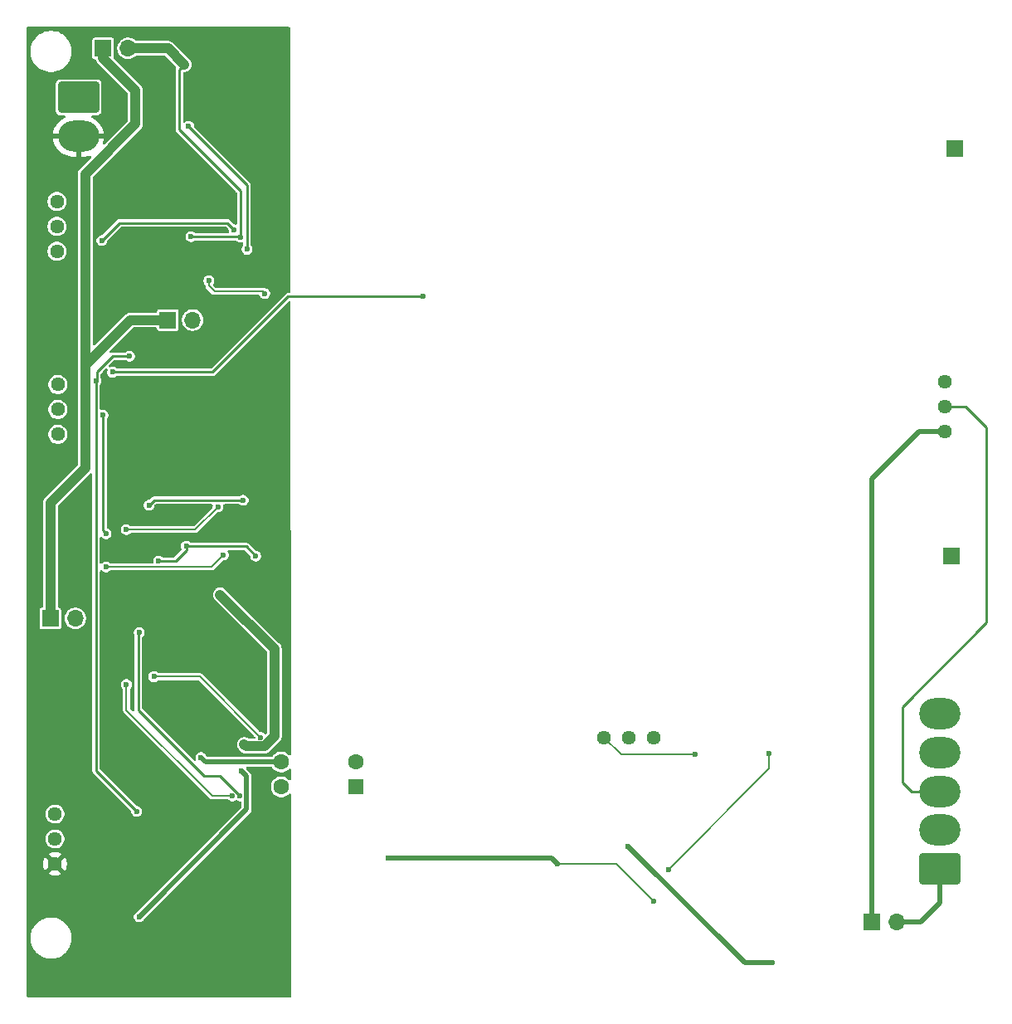
<source format=gbr>
%TF.GenerationSoftware,KiCad,Pcbnew,9.0.0*%
%TF.CreationDate,2025-10-26T21:30:55-07:00*%
%TF.ProjectId,main_supply_3,6d61696e-5f73-4757-9070-6c795f332e6b,rev?*%
%TF.SameCoordinates,Original*%
%TF.FileFunction,Copper,L2,Bot*%
%TF.FilePolarity,Positive*%
%FSLAX46Y46*%
G04 Gerber Fmt 4.6, Leading zero omitted, Abs format (unit mm)*
G04 Created by KiCad (PCBNEW 9.0.0) date 2025-10-26 21:30:55*
%MOMM*%
%LPD*%
G01*
G04 APERTURE LIST*
G04 Aperture macros list*
%AMRoundRect*
0 Rectangle with rounded corners*
0 $1 Rounding radius*
0 $2 $3 $4 $5 $6 $7 $8 $9 X,Y pos of 4 corners*
0 Add a 4 corners polygon primitive as box body*
4,1,4,$2,$3,$4,$5,$6,$7,$8,$9,$2,$3,0*
0 Add four circle primitives for the rounded corners*
1,1,$1+$1,$2,$3*
1,1,$1+$1,$4,$5*
1,1,$1+$1,$6,$7*
1,1,$1+$1,$8,$9*
0 Add four rect primitives between the rounded corners*
20,1,$1+$1,$2,$3,$4,$5,0*
20,1,$1+$1,$4,$5,$6,$7,0*
20,1,$1+$1,$6,$7,$8,$9,0*
20,1,$1+$1,$8,$9,$2,$3,0*%
G04 Aperture macros list end*
%TA.AperFunction,ComponentPad*%
%ADD10C,1.440000*%
%TD*%
%TA.AperFunction,ComponentPad*%
%ADD11RoundRect,0.250000X-1.850000X1.330000X-1.850000X-1.330000X1.850000X-1.330000X1.850000X1.330000X0*%
%TD*%
%TA.AperFunction,ComponentPad*%
%ADD12O,4.200000X3.160000*%
%TD*%
%TA.AperFunction,ComponentPad*%
%ADD13R,1.700000X1.700000*%
%TD*%
%TA.AperFunction,ComponentPad*%
%ADD14O,1.700000X1.700000*%
%TD*%
%TA.AperFunction,ComponentPad*%
%ADD15RoundRect,0.250000X0.550000X0.550000X-0.550000X0.550000X-0.550000X-0.550000X0.550000X-0.550000X0*%
%TD*%
%TA.AperFunction,ComponentPad*%
%ADD16C,1.600000*%
%TD*%
%TA.AperFunction,ComponentPad*%
%ADD17RoundRect,0.250000X1.850000X-1.330000X1.850000X1.330000X-1.850000X1.330000X-1.850000X-1.330000X0*%
%TD*%
%TA.AperFunction,ViaPad*%
%ADD18C,0.600000*%
%TD*%
%TA.AperFunction,Conductor*%
%ADD19C,0.250000*%
%TD*%
%TA.AperFunction,Conductor*%
%ADD20C,1.000000*%
%TD*%
%TA.AperFunction,Conductor*%
%ADD21C,0.200000*%
%TD*%
%TA.AperFunction,Conductor*%
%ADD22C,0.500000*%
%TD*%
G04 APERTURE END LIST*
D10*
%TO.P,RV3,1,1*%
%TO.N,Net-(R46-Pad2)*%
X103600000Y-73400000D03*
%TO.P,RV3,2,2*%
%TO.N,/A3 Supply/FB_PDA*%
X103600000Y-70860000D03*
%TO.P,RV3,3,3*%
%TO.N,Net-(R45-Pad1)*%
X103600000Y-68320000D03*
%TD*%
D11*
%TO.P,J1,1,Pin_1*%
%TO.N,Net-(J1-Pin_1)*%
X105800000Y-57700000D03*
D12*
%TO.P,J1,2,Pin_2*%
%TO.N,GND*%
X105800000Y-61660000D03*
%TD*%
D10*
%TO.P,RV4,1,1*%
%TO.N,Net-(R67-Pad2)*%
X103400000Y-130820000D03*
%TO.P,RV4,2,2*%
%TO.N,/Focus Amp/FOCUS_ADJ*%
X103400000Y-133360000D03*
%TO.P,RV4,3,3*%
%TO.N,GND*%
X103400000Y-135900000D03*
%TD*%
%TO.P,RV1,1,1*%
%TO.N,/-2KV*%
X194200000Y-91800000D03*
%TO.P,RV1,2,2*%
%TO.N,/A2 Supply/CATHODE*%
X194200000Y-89260000D03*
%TO.P,RV1,3,3*%
%TO.N,/A2 Supply/BRIGHTNESS*%
X194200000Y-86720000D03*
%TD*%
D13*
%TO.P,J8,1,Pin_1*%
%TO.N,/-2KV*%
X186760000Y-141800000D03*
D14*
%TO.P,J8,2,Pin_2*%
%TO.N,/GRID*%
X189300000Y-141800000D03*
%TD*%
D13*
%TO.P,J4,1,Pin_1*%
%TO.N,GND*%
X194900000Y-104500000D03*
%TD*%
D10*
%TO.P,RV2,1,1*%
%TO.N,Net-(R15-Pad2)*%
X103700000Y-87000000D03*
%TO.P,RV2,2,2*%
X103700000Y-89540000D03*
%TO.P,RV2,3,3*%
%TO.N,/A2 Supply/FB_HV_LADDER*%
X103700000Y-92080000D03*
%TD*%
D13*
%TO.P,J2,1,Pin_1*%
%TO.N,+12V*%
X108325000Y-52700000D03*
D14*
%TO.P,J2,2,Pin_2*%
%TO.N,/A3 Supply/+12V_IN*%
X110865000Y-52700000D03*
%TD*%
D13*
%TO.P,J5,1,Pin_1*%
%TO.N,+12V*%
X114925000Y-80400000D03*
D14*
%TO.P,J5,2,Pin_2*%
%TO.N,/A2 Supply/+12V_IN*%
X117465000Y-80400000D03*
%TD*%
D10*
%TO.P,RV5,1,1*%
%TO.N,Net-(R59-Pad2)*%
X164550000Y-123000000D03*
%TO.P,RV5,2,2*%
%TO.N,/A2 Supply/CATHODE*%
X162010000Y-123000000D03*
%TO.P,RV5,3,3*%
X159470000Y-123000000D03*
%TD*%
D13*
%TO.P,J3,1,Pin_1*%
%TO.N,/A3 Supply/+PDA*%
X195200000Y-62900000D03*
%TD*%
%TO.P,J6,1,Pin_1*%
%TO.N,+12V*%
X102925000Y-110865000D03*
D14*
%TO.P,J6,2,Pin_2*%
%TO.N,/FIL_+12V*%
X105465000Y-110865000D03*
%TD*%
D15*
%TO.P,U4,1*%
%TO.N,Net-(R50-Pad2)*%
X134105000Y-128040000D03*
D16*
%TO.P,U4,2*%
%TO.N,Net-(U6-K)*%
X134105000Y-125500000D03*
%TO.P,U4,3*%
%TO.N,/Filament Supply/COMP_FB_FIL*%
X126485000Y-125500000D03*
%TO.P,U4,4*%
%TO.N,Net-(R52-Pad2)*%
X126485000Y-128040000D03*
%TD*%
D17*
%TO.P,J7,1,Pin_1*%
%TO.N,/GRID*%
X193725000Y-136420000D03*
D12*
%TO.P,J7,2,Pin_2*%
%TO.N,/A2 Supply/CATHODE*%
X193725000Y-132460000D03*
%TO.P,J7,3,Pin_3*%
X193725000Y-128500000D03*
%TO.P,J7,4,Pin_4*%
%TO.N,/Filament Supply/FILAMENT*%
X193725000Y-124540000D03*
%TO.P,J7,5,Pin_5*%
%TO.N,/Focus Amp/FOCUS*%
X193725000Y-120580000D03*
%TD*%
D18*
%TO.N,+5V*%
X111750000Y-130550000D03*
X111000000Y-84100000D03*
X107600000Y-86600000D03*
%TO.N,GND*%
X126800000Y-123700000D03*
X120100000Y-120200000D03*
X122100000Y-119300000D03*
X124100000Y-119500000D03*
X114700000Y-92700000D03*
X113500000Y-89300000D03*
X118100000Y-86600000D03*
X115700000Y-89100000D03*
X114700000Y-89600000D03*
X116800000Y-89600000D03*
X111200000Y-98100000D03*
X111200000Y-96900000D03*
X111400000Y-94800000D03*
X110500000Y-78700000D03*
X110400000Y-77300000D03*
X110500000Y-75600000D03*
X102500000Y-59600000D03*
X102500000Y-61900000D03*
X103300000Y-63900000D03*
X103700000Y-64600000D03*
X105300000Y-65000000D03*
X121100000Y-53300000D03*
X123000000Y-51900000D03*
X121900000Y-52100000D03*
X120800000Y-52200000D03*
X101600000Y-96300000D03*
X105900000Y-98300000D03*
X109200000Y-92500000D03*
X104900000Y-93600000D03*
X119000000Y-56800000D03*
X118900000Y-57700000D03*
X115700000Y-62000000D03*
X114700000Y-64200000D03*
X114600000Y-63400000D03*
X114900000Y-66700000D03*
X113800000Y-66700000D03*
X117900000Y-75800000D03*
X112100000Y-71500000D03*
X110500000Y-71500000D03*
X114300000Y-120900000D03*
X110500000Y-115200000D03*
X114100000Y-114800000D03*
X117400000Y-113100000D03*
X114200000Y-113100000D03*
X114100000Y-129300000D03*
X114100000Y-127200000D03*
X112200000Y-147800000D03*
X109900000Y-147800000D03*
X123100000Y-147700000D03*
X120500000Y-147700000D03*
X118300000Y-147700000D03*
X125000000Y-141700000D03*
X124000000Y-141700000D03*
X121700000Y-135100000D03*
X121000000Y-134100000D03*
X126700000Y-132400000D03*
X125700000Y-132400000D03*
X126700000Y-131300000D03*
X125700000Y-131300000D03*
%TO.N,AGND*%
X123900000Y-104500000D03*
X114000000Y-105000000D03*
X116800000Y-103500000D03*
%TO.N,/A3 Supply/VCC*%
X108200000Y-72300000D03*
X121700000Y-71200000D03*
%TO.N,/A3 Supply/+12V_IN*%
X117300000Y-71900000D03*
X122350000Y-71950000D03*
%TO.N,/A2 Supply/FB_HV*%
X108600000Y-102200000D03*
X108300000Y-90100000D03*
%TO.N,/Filament Supply/UVLO*%
X112000000Y-112300000D03*
%TO.N,/A2 Supply/FB_HV_LADDER*%
X141000000Y-78000000D03*
X109268750Y-85731250D03*
%TO.N,/A3 Supply/UVLO*%
X117050000Y-60650000D03*
X123000000Y-73200000D03*
%TO.N,/FIL_+12V*%
X120260000Y-108440000D03*
X122722500Y-123722500D03*
X122400000Y-126400000D03*
X112000000Y-141300000D03*
%TO.N,/A2 Supply/PGOOD_HV*%
X108600000Y-105600000D03*
%TO.N,/A2 Supply/VCC*%
X120050000Y-99450000D03*
X110700000Y-101800000D03*
%TO.N,/Filament Supply/VCC_FIL*%
X124400000Y-123000000D03*
%TO.N,/Filament Supply/PGOOD_FIL*%
X110700000Y-117600000D03*
%TO.N,/Filament Supply/VCC_FIL*%
X113500000Y-116800000D03*
%TO.N,Net-(U10-V+)*%
X137400000Y-135300000D03*
%TO.N,AGND3*%
X124800000Y-77700000D03*
X119100000Y-76400000D03*
%TO.N,Net-(U10-V+)*%
X164500000Y-139700000D03*
X154700000Y-135900000D03*
X166000000Y-136500000D03*
X176300000Y-124650000D03*
%TO.N,GND*%
X118700000Y-129200000D03*
%TO.N,Net-(U11-+)*%
X176600000Y-146000000D03*
%TO.N,/A2 Supply/+12V_IN*%
X113000000Y-99300000D03*
X122600000Y-98800000D03*
%TO.N,/A2 Supply/CATHODE*%
X168700000Y-124700000D03*
%TO.N,/A3 Supply/+12V_IN*%
X116600000Y-54350000D03*
%TO.N,/A2 Supply/PGOOD_HV*%
X120600000Y-104400000D03*
%TO.N,/Filament Supply/PGOOD_FIL*%
X121500000Y-128965000D03*
%TO.N,/Filament Supply/UVLO*%
X122300000Y-128965000D03*
%TO.N,/Filament Supply/COMP_FB_FIL*%
X118305000Y-125040000D03*
%TO.N,Net-(U11-+)*%
X161900000Y-134090000D03*
%TD*%
D19*
%TO.N,+5V*%
X107600000Y-126400000D02*
X111750000Y-130550000D01*
X107600000Y-86600000D02*
X107600000Y-126400000D01*
X109300000Y-84100000D02*
X111000000Y-84100000D01*
X107700000Y-85700000D02*
X109300000Y-84100000D01*
X107600000Y-86600000D02*
X107700000Y-86500000D01*
X107700000Y-86500000D02*
X107700000Y-85700000D01*
%TO.N,AGND*%
X116800000Y-103900000D02*
X116800000Y-103500000D01*
X114000000Y-105000000D02*
X115700000Y-105000000D01*
X115700000Y-105000000D02*
X116800000Y-103900000D01*
X122900000Y-103500000D02*
X123900000Y-104500000D01*
X116800000Y-103500000D02*
X122900000Y-103500000D01*
%TO.N,/A3 Supply/VCC*%
X108200000Y-72300000D02*
X110000000Y-70500000D01*
X110000000Y-70500000D02*
X121000000Y-70500000D01*
X121000000Y-70500000D02*
X121700000Y-71200000D01*
D20*
%TO.N,+12V*%
X106500000Y-65500000D02*
X111600000Y-60400000D01*
X111600000Y-60400000D02*
X111600000Y-57000000D01*
X106500000Y-86100000D02*
X106500000Y-95500000D01*
X106500000Y-86100000D02*
X106500000Y-65500000D01*
D19*
%TO.N,/A3 Supply/+12V_IN*%
X122350000Y-71950000D02*
X122350000Y-67250000D01*
X122350000Y-67250000D02*
X116100000Y-61000000D01*
X116100000Y-61000000D02*
X116100000Y-54850000D01*
X116100000Y-54850000D02*
X116600000Y-54350000D01*
%TO.N,/A3 Supply/UVLO*%
X117050000Y-60650000D02*
X123000000Y-66600000D01*
X123000000Y-66600000D02*
X123000000Y-73200000D01*
%TO.N,/A3 Supply/+12V_IN*%
X117300000Y-71900000D02*
X122300000Y-71900000D01*
X122300000Y-71900000D02*
X122350000Y-71950000D01*
%TO.N,/A2 Supply/FB_HV*%
X108300000Y-101900000D02*
X108300000Y-90100000D01*
X108600000Y-102200000D02*
X108300000Y-101900000D01*
%TO.N,/Filament Supply/UVLO*%
X111900000Y-112400000D02*
X112000000Y-112300000D01*
X111900000Y-118100000D02*
X111900000Y-112400000D01*
D21*
%TO.N,/Filament Supply/VCC_FIL*%
X113500000Y-116800000D02*
X118200000Y-116800000D01*
X118200000Y-116800000D02*
X124400000Y-123000000D01*
D19*
%TO.N,/Filament Supply/UVLO*%
X118600000Y-126900000D02*
X111900000Y-120200000D01*
X111900000Y-120200000D02*
X111900000Y-118100000D01*
X122300000Y-128965000D02*
X120235000Y-126900000D01*
X120235000Y-126900000D02*
X118600000Y-126900000D01*
%TO.N,/A2 Supply/FB_HV_LADDER*%
X119468750Y-85731250D02*
X109268750Y-85731250D01*
X127200000Y-78000000D02*
X119468750Y-85731250D01*
X141000000Y-78000000D02*
X127200000Y-78000000D01*
D20*
%TO.N,+12V*%
X114925000Y-80400000D02*
X111100000Y-80400000D01*
X106500000Y-95500000D02*
X102925000Y-99075000D01*
X102925000Y-99075000D02*
X102925000Y-110865000D01*
X111100000Y-80400000D02*
X106500000Y-85000000D01*
X106500000Y-85000000D02*
X106500000Y-86100000D01*
D19*
%TO.N,/A2 Supply/CATHODE*%
X194200000Y-89260000D02*
X196360000Y-89260000D01*
X198500000Y-111300000D02*
X189900000Y-119900000D01*
X189900000Y-119900000D02*
X189900000Y-127600000D01*
X196360000Y-89260000D02*
X198500000Y-91400000D01*
X198500000Y-91400000D02*
X198500000Y-111300000D01*
X189900000Y-127600000D02*
X190800000Y-128500000D01*
X190800000Y-128500000D02*
X193725000Y-128500000D01*
D20*
%TO.N,/FIL_+12V*%
X120260000Y-108440000D02*
X125800000Y-113980000D01*
X125800000Y-113980000D02*
X125800000Y-122874207D01*
X125800000Y-122874207D02*
X124773207Y-123901000D01*
X124773207Y-123901000D02*
X122901000Y-123901000D01*
X122901000Y-123901000D02*
X122722500Y-123722500D01*
D22*
X122951000Y-126951000D02*
X122400000Y-126400000D01*
X122951000Y-130349000D02*
X122951000Y-126951000D01*
X112000000Y-141300000D02*
X122951000Y-130349000D01*
D21*
%TO.N,/A2 Supply/PGOOD_HV*%
X108600000Y-105600000D02*
X119400000Y-105600000D01*
X119400000Y-105600000D02*
X120600000Y-104400000D01*
%TO.N,/A2 Supply/VCC*%
X110700000Y-101800000D02*
X117700000Y-101800000D01*
X117700000Y-101800000D02*
X120050000Y-99450000D01*
%TO.N,/Filament Supply/PGOOD_FIL*%
X121500000Y-128965000D02*
X119465000Y-128965000D01*
X110700000Y-120200000D02*
X110700000Y-117600000D01*
X119465000Y-128965000D02*
X110700000Y-120200000D01*
D22*
%TO.N,Net-(U10-V+)*%
X137400000Y-135300000D02*
X154100000Y-135300000D01*
X154100000Y-135300000D02*
X154700000Y-135900000D01*
D21*
%TO.N,AGND3*%
X119100000Y-76900000D02*
X119700000Y-77500000D01*
X124600000Y-77500000D02*
X124800000Y-77700000D01*
X119100000Y-76400000D02*
X119100000Y-76900000D01*
X119700000Y-77500000D02*
X124600000Y-77500000D01*
%TO.N,Net-(U10-V+)*%
X160700000Y-135900000D02*
X164500000Y-139700000D01*
X154700000Y-135900000D02*
X160700000Y-135900000D01*
X166000000Y-136500000D02*
X176300000Y-126200000D01*
X176300000Y-126200000D02*
X176300000Y-124650000D01*
D22*
%TO.N,Net-(U11-+)*%
X173810000Y-146000000D02*
X176600000Y-146000000D01*
X161900000Y-134090000D02*
X173810000Y-146000000D01*
D19*
%TO.N,/A2 Supply/+12V_IN*%
X122600000Y-98800000D02*
X113500000Y-98800000D01*
X113500000Y-98800000D02*
X113000000Y-99300000D01*
D21*
%TO.N,/A2 Supply/CATHODE*%
X168700000Y-124700000D02*
X161170000Y-124700000D01*
X161170000Y-124700000D02*
X159470000Y-123000000D01*
D20*
%TO.N,+12V*%
X111600000Y-57000000D02*
X108325000Y-53725000D01*
X108325000Y-53725000D02*
X108325000Y-52700000D01*
%TO.N,/A3 Supply/+12V_IN*%
X110865000Y-52700000D02*
X114950000Y-52700000D01*
X114950000Y-52700000D02*
X116600000Y-54350000D01*
D22*
%TO.N,/Filament Supply/COMP_FB_FIL*%
X126485000Y-125500000D02*
X118765000Y-125500000D01*
X118765000Y-125500000D02*
X118305000Y-125040000D01*
%TO.N,/GRID*%
X193725000Y-139875000D02*
X193725000Y-136420000D01*
X189300000Y-141800000D02*
X191800000Y-141800000D01*
X191800000Y-141800000D02*
X193725000Y-139875000D01*
%TO.N,/-2KV*%
X191600000Y-91800000D02*
X186760000Y-96640000D01*
X194200000Y-91800000D02*
X191600000Y-91800000D01*
X186760000Y-96640000D02*
X186760000Y-141800000D01*
%TD*%
%TA.AperFunction,Conductor*%
%TO.N,GND*%
G36*
X127344250Y-50520185D02*
G01*
X127390005Y-50572989D01*
X127401210Y-50624375D01*
X127417754Y-67349500D01*
X127427794Y-77500377D01*
X127408176Y-77567436D01*
X127355417Y-77613243D01*
X127303794Y-77624500D01*
X127150564Y-77624500D01*
X127055061Y-77650089D01*
X126969438Y-77699525D01*
X126969435Y-77699527D01*
X119349532Y-85319431D01*
X119288209Y-85352916D01*
X119261851Y-85355750D01*
X109723136Y-85355750D01*
X109656097Y-85336065D01*
X109635455Y-85319431D01*
X109606767Y-85290743D01*
X109606761Y-85290738D01*
X109481238Y-85218267D01*
X109481239Y-85218267D01*
X109469756Y-85215190D01*
X109341225Y-85180750D01*
X109196275Y-85180750D01*
X109097858Y-85207120D01*
X109056260Y-85218267D01*
X109048751Y-85221378D01*
X109047891Y-85219303D01*
X108991325Y-85233021D01*
X108925301Y-85210163D01*
X108882115Y-85155237D01*
X108875480Y-85085683D01*
X108907502Y-85023584D01*
X108909530Y-85021506D01*
X109419219Y-84511819D01*
X109480542Y-84478334D01*
X109506900Y-84475500D01*
X110545614Y-84475500D01*
X110612653Y-84495185D01*
X110633295Y-84511819D01*
X110661985Y-84540509D01*
X110661986Y-84540510D01*
X110661988Y-84540511D01*
X110787511Y-84612982D01*
X110787512Y-84612982D01*
X110787515Y-84612984D01*
X110927525Y-84650500D01*
X110927528Y-84650500D01*
X111072472Y-84650500D01*
X111072475Y-84650500D01*
X111212485Y-84612984D01*
X111338015Y-84540509D01*
X111440509Y-84438015D01*
X111512984Y-84312485D01*
X111550500Y-84172475D01*
X111550500Y-84027525D01*
X111512984Y-83887515D01*
X111440509Y-83761985D01*
X111338015Y-83659491D01*
X111338013Y-83659490D01*
X111338011Y-83659488D01*
X111212488Y-83587017D01*
X111212489Y-83587017D01*
X111201006Y-83583940D01*
X111072475Y-83549500D01*
X110927525Y-83549500D01*
X110798993Y-83583940D01*
X110787511Y-83587017D01*
X110661988Y-83659488D01*
X110661982Y-83659493D01*
X110633295Y-83688181D01*
X110571972Y-83721666D01*
X110545614Y-83724500D01*
X109250564Y-83724500D01*
X109155063Y-83750089D01*
X109147553Y-83753200D01*
X109146781Y-83751336D01*
X109089431Y-83765244D01*
X109023406Y-83742386D01*
X108980221Y-83687460D01*
X108973586Y-83617906D01*
X109005608Y-83555807D01*
X109007620Y-83553746D01*
X111374548Y-81186819D01*
X111435871Y-81153334D01*
X111462229Y-81150500D01*
X113700500Y-81150500D01*
X113767539Y-81170185D01*
X113813294Y-81222989D01*
X113823233Y-81268679D01*
X113823903Y-81268614D01*
X113824468Y-81274354D01*
X113824500Y-81274500D01*
X113824500Y-81274678D01*
X113839032Y-81347735D01*
X113839033Y-81347739D01*
X113839034Y-81347740D01*
X113894399Y-81430601D01*
X113977260Y-81485966D01*
X113977264Y-81485967D01*
X114050321Y-81500499D01*
X114050324Y-81500500D01*
X114050326Y-81500500D01*
X115799676Y-81500500D01*
X115799677Y-81500499D01*
X115872740Y-81485966D01*
X115955601Y-81430601D01*
X116010966Y-81347740D01*
X116025500Y-81274674D01*
X116025500Y-80313389D01*
X116364500Y-80313389D01*
X116364500Y-80486611D01*
X116391598Y-80657701D01*
X116445127Y-80822445D01*
X116523768Y-80976788D01*
X116625586Y-81116928D01*
X116748072Y-81239414D01*
X116888212Y-81341232D01*
X117042555Y-81419873D01*
X117207299Y-81473402D01*
X117378389Y-81500500D01*
X117378390Y-81500500D01*
X117551610Y-81500500D01*
X117551611Y-81500500D01*
X117722701Y-81473402D01*
X117887445Y-81419873D01*
X118041788Y-81341232D01*
X118181928Y-81239414D01*
X118304414Y-81116928D01*
X118406232Y-80976788D01*
X118484873Y-80822445D01*
X118538402Y-80657701D01*
X118565500Y-80486611D01*
X118565500Y-80313389D01*
X118538402Y-80142299D01*
X118484873Y-79977555D01*
X118406232Y-79823212D01*
X118304414Y-79683072D01*
X118181928Y-79560586D01*
X118041788Y-79458768D01*
X117887445Y-79380127D01*
X117722701Y-79326598D01*
X117722699Y-79326597D01*
X117722698Y-79326597D01*
X117591271Y-79305781D01*
X117551611Y-79299500D01*
X117378389Y-79299500D01*
X117338728Y-79305781D01*
X117207302Y-79326597D01*
X117042552Y-79380128D01*
X116888211Y-79458768D01*
X116808256Y-79516859D01*
X116748072Y-79560586D01*
X116748070Y-79560588D01*
X116748069Y-79560588D01*
X116625588Y-79683069D01*
X116625588Y-79683070D01*
X116625586Y-79683072D01*
X116587922Y-79734912D01*
X116523768Y-79823211D01*
X116445128Y-79977552D01*
X116391597Y-80142302D01*
X116364500Y-80313389D01*
X116025500Y-80313389D01*
X116025500Y-79525326D01*
X116025500Y-79525323D01*
X116025499Y-79525321D01*
X116010967Y-79452264D01*
X116010966Y-79452260D01*
X115955601Y-79369399D01*
X115872740Y-79314034D01*
X115872739Y-79314033D01*
X115872735Y-79314032D01*
X115799677Y-79299500D01*
X115799674Y-79299500D01*
X114050326Y-79299500D01*
X114050323Y-79299500D01*
X113977264Y-79314032D01*
X113977260Y-79314033D01*
X113894399Y-79369399D01*
X113839033Y-79452260D01*
X113839032Y-79452264D01*
X113824500Y-79525321D01*
X113824500Y-79525500D01*
X113824473Y-79525589D01*
X113823903Y-79531386D01*
X113822803Y-79531277D01*
X113804815Y-79592539D01*
X113752011Y-79638294D01*
X113700500Y-79649500D01*
X111026080Y-79649500D01*
X110881092Y-79678340D01*
X110881082Y-79678343D01*
X110744511Y-79734912D01*
X110744498Y-79734919D01*
X110621584Y-79817048D01*
X110621580Y-79817051D01*
X107462181Y-82976451D01*
X107400858Y-83009936D01*
X107331166Y-83004952D01*
X107275233Y-82963080D01*
X107250816Y-82897616D01*
X107250500Y-82888770D01*
X107250500Y-76327525D01*
X118549500Y-76327525D01*
X118549500Y-76472475D01*
X118587016Y-76612485D01*
X118587017Y-76612488D01*
X118659488Y-76738011D01*
X118659493Y-76738017D01*
X118713181Y-76791705D01*
X118746666Y-76853028D01*
X118749500Y-76879386D01*
X118749500Y-76946143D01*
X118773386Y-77035287D01*
X118773387Y-77035290D01*
X118819527Y-77115208D01*
X118819529Y-77115211D01*
X118819530Y-77115212D01*
X119484788Y-77780470D01*
X119564712Y-77826614D01*
X119653856Y-77850500D01*
X124179637Y-77850500D01*
X124246676Y-77870185D01*
X124287024Y-77912499D01*
X124359491Y-78038015D01*
X124461985Y-78140509D01*
X124461986Y-78140510D01*
X124461988Y-78140511D01*
X124587511Y-78212982D01*
X124587512Y-78212982D01*
X124587515Y-78212984D01*
X124727525Y-78250500D01*
X124727528Y-78250500D01*
X124872472Y-78250500D01*
X124872475Y-78250500D01*
X125012485Y-78212984D01*
X125138015Y-78140509D01*
X125240509Y-78038015D01*
X125312984Y-77912485D01*
X125350500Y-77772475D01*
X125350500Y-77627525D01*
X125312984Y-77487515D01*
X125240509Y-77361985D01*
X125138015Y-77259491D01*
X125138013Y-77259490D01*
X125138011Y-77259488D01*
X125012488Y-77187017D01*
X125012489Y-77187017D01*
X125001006Y-77183940D01*
X124872475Y-77149500D01*
X124727525Y-77149500D01*
X124727520Y-77149500D01*
X124718919Y-77151805D01*
X124654747Y-77151805D01*
X124651090Y-77150825D01*
X124646144Y-77149500D01*
X124646143Y-77149500D01*
X119896544Y-77149500D01*
X119829505Y-77129815D01*
X119808863Y-77113181D01*
X119568693Y-76873011D01*
X119535208Y-76811688D01*
X119540192Y-76741996D01*
X119548982Y-76723338D01*
X119612984Y-76612485D01*
X119650500Y-76472475D01*
X119650500Y-76327525D01*
X119612984Y-76187515D01*
X119540509Y-76061985D01*
X119438015Y-75959491D01*
X119438013Y-75959490D01*
X119438011Y-75959488D01*
X119312488Y-75887017D01*
X119312489Y-75887017D01*
X119301006Y-75883940D01*
X119172475Y-75849500D01*
X119027525Y-75849500D01*
X118898993Y-75883940D01*
X118887511Y-75887017D01*
X118761988Y-75959488D01*
X118761982Y-75959493D01*
X118659493Y-76061982D01*
X118659488Y-76061988D01*
X118587017Y-76187511D01*
X118587016Y-76187515D01*
X118549500Y-76327525D01*
X107250500Y-76327525D01*
X107250500Y-72227525D01*
X107649500Y-72227525D01*
X107649500Y-72372475D01*
X107683805Y-72500500D01*
X107687017Y-72512488D01*
X107759488Y-72638011D01*
X107759490Y-72638013D01*
X107759491Y-72638015D01*
X107861985Y-72740509D01*
X107861986Y-72740510D01*
X107861988Y-72740511D01*
X107987511Y-72812982D01*
X107987512Y-72812982D01*
X107987515Y-72812984D01*
X108127525Y-72850500D01*
X108127528Y-72850500D01*
X108272472Y-72850500D01*
X108272475Y-72850500D01*
X108412485Y-72812984D01*
X108538015Y-72740509D01*
X108640509Y-72638015D01*
X108712984Y-72512485D01*
X108750500Y-72372475D01*
X108750500Y-72331899D01*
X108770185Y-72264860D01*
X108786819Y-72244218D01*
X110119218Y-70911819D01*
X110180541Y-70878334D01*
X110206899Y-70875500D01*
X120793101Y-70875500D01*
X120860140Y-70895185D01*
X120880782Y-70911819D01*
X121113181Y-71144218D01*
X121146666Y-71205541D01*
X121147591Y-71210225D01*
X121149500Y-71220978D01*
X121149500Y-71272475D01*
X121176589Y-71373573D01*
X121177522Y-71378826D01*
X121174252Y-71408457D01*
X121173543Y-71438256D01*
X121170462Y-71442808D01*
X121169859Y-71448274D01*
X121151086Y-71471435D01*
X121134381Y-71496118D01*
X121129327Y-71498282D01*
X121125865Y-71502554D01*
X121097554Y-71511888D01*
X121070153Y-71523623D01*
X121060160Y-71524218D01*
X121059509Y-71524433D01*
X121058955Y-71524290D01*
X121055431Y-71524500D01*
X117754386Y-71524500D01*
X117687347Y-71504815D01*
X117666705Y-71488181D01*
X117638017Y-71459493D01*
X117638011Y-71459488D01*
X117512488Y-71387017D01*
X117512489Y-71387017D01*
X117501006Y-71383940D01*
X117372475Y-71349500D01*
X117227525Y-71349500D01*
X117098993Y-71383940D01*
X117087511Y-71387017D01*
X116961988Y-71459488D01*
X116961982Y-71459493D01*
X116859493Y-71561982D01*
X116859488Y-71561988D01*
X116787017Y-71687511D01*
X116787016Y-71687515D01*
X116749500Y-71827525D01*
X116749500Y-71972475D01*
X116787016Y-72112485D01*
X116787017Y-72112488D01*
X116859488Y-72238011D01*
X116859490Y-72238013D01*
X116859491Y-72238015D01*
X116961985Y-72340509D01*
X116961986Y-72340510D01*
X116961988Y-72340511D01*
X117087511Y-72412982D01*
X117087512Y-72412982D01*
X117087515Y-72412984D01*
X117227525Y-72450500D01*
X117227528Y-72450500D01*
X117372472Y-72450500D01*
X117372475Y-72450500D01*
X117512485Y-72412984D01*
X117638015Y-72340509D01*
X117666705Y-72311819D01*
X117728028Y-72278334D01*
X117754386Y-72275500D01*
X121845613Y-72275500D01*
X121912652Y-72295185D01*
X121933294Y-72311818D01*
X122011985Y-72390509D01*
X122011987Y-72390510D01*
X122011988Y-72390511D01*
X122137511Y-72462982D01*
X122137512Y-72462982D01*
X122137515Y-72462984D01*
X122277525Y-72500500D01*
X122277528Y-72500500D01*
X122422472Y-72500500D01*
X122422475Y-72500500D01*
X122468408Y-72488192D01*
X122493401Y-72488787D01*
X122518147Y-72485229D01*
X122527727Y-72489604D01*
X122538256Y-72489855D01*
X122558960Y-72503867D01*
X122581703Y-72514254D01*
X122587396Y-72523113D01*
X122596119Y-72529017D01*
X122605960Y-72552000D01*
X122619477Y-72573032D01*
X122621756Y-72588887D01*
X122623623Y-72593246D01*
X122624500Y-72607967D01*
X122624500Y-72745614D01*
X122604815Y-72812653D01*
X122588181Y-72833295D01*
X122559493Y-72861982D01*
X122559488Y-72861988D01*
X122487017Y-72987511D01*
X122487016Y-72987515D01*
X122449500Y-73127525D01*
X122449500Y-73272475D01*
X122487016Y-73412485D01*
X122487017Y-73412488D01*
X122559488Y-73538011D01*
X122559490Y-73538013D01*
X122559491Y-73538015D01*
X122661985Y-73640509D01*
X122661986Y-73640510D01*
X122661988Y-73640511D01*
X122787511Y-73712982D01*
X122787512Y-73712982D01*
X122787515Y-73712984D01*
X122927525Y-73750500D01*
X122927528Y-73750500D01*
X123072472Y-73750500D01*
X123072475Y-73750500D01*
X123212485Y-73712984D01*
X123338015Y-73640509D01*
X123440509Y-73538015D01*
X123512984Y-73412485D01*
X123550500Y-73272475D01*
X123550500Y-73127525D01*
X123512984Y-72987515D01*
X123440509Y-72861985D01*
X123411819Y-72833295D01*
X123378334Y-72771972D01*
X123375500Y-72745614D01*
X123375500Y-66550566D01*
X123375500Y-66550565D01*
X123375500Y-66550564D01*
X123349911Y-66455063D01*
X123300475Y-66369437D01*
X117636819Y-60705781D01*
X117603334Y-60644458D01*
X117600500Y-60618100D01*
X117600500Y-60577527D01*
X117600500Y-60577525D01*
X117562984Y-60437515D01*
X117490509Y-60311985D01*
X117388015Y-60209491D01*
X117388013Y-60209490D01*
X117388011Y-60209488D01*
X117262488Y-60137017D01*
X117262489Y-60137017D01*
X117251006Y-60133940D01*
X117122475Y-60099500D01*
X116977525Y-60099500D01*
X116848993Y-60133940D01*
X116837511Y-60137017D01*
X116711988Y-60209488D01*
X116711982Y-60209493D01*
X116687181Y-60234295D01*
X116625858Y-60267780D01*
X116556166Y-60262796D01*
X116500233Y-60220924D01*
X116475816Y-60155460D01*
X116475500Y-60146614D01*
X116475500Y-55224500D01*
X116495185Y-55157461D01*
X116547989Y-55111706D01*
X116599500Y-55100500D01*
X116673919Y-55100500D01*
X116771461Y-55081096D01*
X116818912Y-55071658D01*
X116955494Y-55015084D01*
X117078415Y-54932951D01*
X117182951Y-54828415D01*
X117265084Y-54705494D01*
X117321658Y-54568912D01*
X117350500Y-54423917D01*
X117350500Y-54276082D01*
X117350500Y-54276079D01*
X117321659Y-54131092D01*
X117321658Y-54131091D01*
X117321658Y-54131087D01*
X117310474Y-54104087D01*
X117265087Y-53994511D01*
X117265080Y-53994498D01*
X117182951Y-53871584D01*
X117182948Y-53871580D01*
X115428413Y-52117045D01*
X115356478Y-52068982D01*
X115346810Y-52062522D01*
X115305495Y-52034916D01*
X115305494Y-52034915D01*
X115305492Y-52034914D01*
X115305490Y-52034913D01*
X115168917Y-51978343D01*
X115168907Y-51978340D01*
X115023920Y-51949500D01*
X115023918Y-51949500D01*
X111722204Y-51949500D01*
X111655165Y-51929815D01*
X111634523Y-51913181D01*
X111581930Y-51860588D01*
X111581928Y-51860586D01*
X111441788Y-51758768D01*
X111287445Y-51680127D01*
X111122701Y-51626598D01*
X111122699Y-51626597D01*
X111122698Y-51626597D01*
X110991271Y-51605781D01*
X110951611Y-51599500D01*
X110778389Y-51599500D01*
X110738728Y-51605781D01*
X110607302Y-51626597D01*
X110442552Y-51680128D01*
X110288211Y-51758768D01*
X110208256Y-51816859D01*
X110148072Y-51860586D01*
X110148070Y-51860588D01*
X110148069Y-51860588D01*
X110025588Y-51983069D01*
X110025588Y-51983070D01*
X110025586Y-51983072D01*
X109987919Y-52034916D01*
X109923768Y-52123211D01*
X109845128Y-52277552D01*
X109791597Y-52442302D01*
X109769909Y-52579240D01*
X109764500Y-52613389D01*
X109764500Y-52786611D01*
X109791598Y-52957701D01*
X109845127Y-53122445D01*
X109923768Y-53276788D01*
X110025586Y-53416928D01*
X110148072Y-53539414D01*
X110288212Y-53641232D01*
X110442555Y-53719873D01*
X110607299Y-53773402D01*
X110778389Y-53800500D01*
X110778390Y-53800500D01*
X110951610Y-53800500D01*
X110951611Y-53800500D01*
X111122701Y-53773402D01*
X111287445Y-53719873D01*
X111441788Y-53641232D01*
X111581928Y-53539414D01*
X111634523Y-53486819D01*
X111695846Y-53453334D01*
X111722204Y-53450500D01*
X114587770Y-53450500D01*
X114654809Y-53470185D01*
X114675451Y-53486819D01*
X115735372Y-54546740D01*
X115768857Y-54608063D01*
X115765627Y-54672724D01*
X115761597Y-54685130D01*
X115750090Y-54705062D01*
X115745228Y-54723207D01*
X115727195Y-54790509D01*
X115726360Y-54793623D01*
X115726354Y-54793643D01*
X115724500Y-54800563D01*
X115724500Y-54800565D01*
X115724500Y-61049435D01*
X115750090Y-61144938D01*
X115760509Y-61162984D01*
X115799526Y-61230563D01*
X115799528Y-61230565D01*
X121938181Y-67369218D01*
X121971666Y-67430541D01*
X121974500Y-67456899D01*
X121974500Y-70542032D01*
X121969550Y-70558887D01*
X121969626Y-70576455D01*
X121959911Y-70591715D01*
X121954815Y-70609071D01*
X121941540Y-70620573D01*
X121932105Y-70635395D01*
X121915680Y-70642981D01*
X121902011Y-70654826D01*
X121884503Y-70657381D01*
X121868675Y-70664693D01*
X121844090Y-70663281D01*
X121833381Y-70664845D01*
X121825797Y-70663787D01*
X121772475Y-70649500D01*
X121723296Y-70649500D01*
X121714780Y-70648313D01*
X121690458Y-70637331D01*
X121664860Y-70629815D01*
X121653454Y-70620624D01*
X121651100Y-70619561D01*
X121649965Y-70617812D01*
X121644218Y-70613181D01*
X121230563Y-70199526D01*
X121230562Y-70199525D01*
X121144938Y-70150090D01*
X121097186Y-70137295D01*
X121097184Y-70137294D01*
X121097182Y-70137293D01*
X121049436Y-70124500D01*
X121049435Y-70124500D01*
X110049436Y-70124500D01*
X109950564Y-70124500D01*
X109902812Y-70137295D01*
X109902811Y-70137294D01*
X109855063Y-70150089D01*
X109855062Y-70150089D01*
X109769435Y-70199527D01*
X108255782Y-71713181D01*
X108194459Y-71746666D01*
X108168101Y-71749500D01*
X108127525Y-71749500D01*
X107998993Y-71783940D01*
X107987511Y-71787017D01*
X107861988Y-71859488D01*
X107861982Y-71859493D01*
X107759493Y-71961982D01*
X107759488Y-71961988D01*
X107687017Y-72087511D01*
X107687016Y-72087515D01*
X107649500Y-72227525D01*
X107250500Y-72227525D01*
X107250500Y-65862229D01*
X107270185Y-65795190D01*
X107286819Y-65774548D01*
X112182948Y-60878419D01*
X112182951Y-60878416D01*
X112265084Y-60755495D01*
X112321658Y-60618913D01*
X112331096Y-60571462D01*
X112350500Y-60473920D01*
X112350500Y-56926079D01*
X112321659Y-56781092D01*
X112321658Y-56781091D01*
X112321658Y-56781087D01*
X112321656Y-56781082D01*
X112265087Y-56644511D01*
X112265080Y-56644498D01*
X112182952Y-56521585D01*
X112182951Y-56521584D01*
X112078416Y-56417049D01*
X110761865Y-55100498D01*
X109439719Y-53778351D01*
X109406234Y-53717028D01*
X109410307Y-53660061D01*
X109408584Y-53659719D01*
X109425499Y-53574678D01*
X109425500Y-53574676D01*
X109425500Y-51825323D01*
X109425499Y-51825321D01*
X109410967Y-51752264D01*
X109410966Y-51752260D01*
X109355601Y-51669399D01*
X109272740Y-51614034D01*
X109272739Y-51614033D01*
X109272735Y-51614032D01*
X109199677Y-51599500D01*
X109199674Y-51599500D01*
X107450326Y-51599500D01*
X107450323Y-51599500D01*
X107377264Y-51614032D01*
X107377260Y-51614033D01*
X107294399Y-51669399D01*
X107239033Y-51752260D01*
X107239032Y-51752264D01*
X107224500Y-51825321D01*
X107224500Y-53574678D01*
X107239032Y-53647735D01*
X107239033Y-53647739D01*
X107239034Y-53647740D01*
X107294399Y-53730601D01*
X107365863Y-53778351D01*
X107377260Y-53785966D01*
X107377264Y-53785967D01*
X107450321Y-53800499D01*
X107450324Y-53800500D01*
X107450326Y-53800500D01*
X107473051Y-53800500D01*
X107540090Y-53820185D01*
X107585845Y-53872989D01*
X107594668Y-53900309D01*
X107603340Y-53943905D01*
X107603343Y-53943917D01*
X107659913Y-54080490D01*
X107659916Y-54080495D01*
X107675680Y-54104089D01*
X107742046Y-54203414D01*
X107742052Y-54203421D01*
X110813181Y-57274548D01*
X110846666Y-57335871D01*
X110849500Y-57362229D01*
X110849500Y-60037769D01*
X110829815Y-60104808D01*
X110813181Y-60125450D01*
X108505860Y-62432770D01*
X108444537Y-62466255D01*
X108374845Y-62461271D01*
X108318912Y-62419399D01*
X108294495Y-62353935D01*
X108298404Y-62312995D01*
X108364411Y-62066655D01*
X108385035Y-61910000D01*
X106667904Y-61910000D01*
X106700000Y-61748642D01*
X106700000Y-61571358D01*
X106667904Y-61410000D01*
X108385034Y-61410000D01*
X108364411Y-61253344D01*
X108293840Y-60989970D01*
X108189500Y-60738072D01*
X108189496Y-60738062D01*
X108053168Y-60501933D01*
X107887181Y-60285617D01*
X107887174Y-60285609D01*
X107694391Y-60092826D01*
X107694382Y-60092818D01*
X107478066Y-59926831D01*
X107241937Y-59790503D01*
X107241927Y-59790499D01*
X107190169Y-59769060D01*
X107135766Y-59725219D01*
X107113701Y-59658925D01*
X107130980Y-59591226D01*
X107182117Y-59543615D01*
X107237621Y-59530499D01*
X107697872Y-59530499D01*
X107757483Y-59524091D01*
X107892331Y-59473796D01*
X108007546Y-59387546D01*
X108093796Y-59272331D01*
X108144091Y-59137483D01*
X108150500Y-59077873D01*
X108150499Y-56322128D01*
X108144091Y-56262517D01*
X108093796Y-56127669D01*
X108093795Y-56127668D01*
X108093793Y-56127664D01*
X108007547Y-56012455D01*
X108007544Y-56012452D01*
X107892335Y-55926206D01*
X107892328Y-55926202D01*
X107757482Y-55875908D01*
X107757483Y-55875908D01*
X107697883Y-55869501D01*
X107697881Y-55869500D01*
X107697873Y-55869500D01*
X107697864Y-55869500D01*
X103902129Y-55869500D01*
X103902123Y-55869501D01*
X103842516Y-55875908D01*
X103707671Y-55926202D01*
X103707664Y-55926206D01*
X103592455Y-56012452D01*
X103592452Y-56012455D01*
X103506206Y-56127664D01*
X103506202Y-56127671D01*
X103455908Y-56262517D01*
X103449501Y-56322116D01*
X103449501Y-56322123D01*
X103449500Y-56322135D01*
X103449500Y-59077870D01*
X103449501Y-59077876D01*
X103455908Y-59137483D01*
X103506202Y-59272328D01*
X103506206Y-59272335D01*
X103592452Y-59387544D01*
X103592455Y-59387547D01*
X103707664Y-59473793D01*
X103707671Y-59473797D01*
X103842517Y-59524091D01*
X103842516Y-59524091D01*
X103849444Y-59524835D01*
X103902127Y-59530500D01*
X104362377Y-59530499D01*
X104429414Y-59550183D01*
X104475169Y-59602987D01*
X104485113Y-59672146D01*
X104456088Y-59735702D01*
X104409830Y-59769059D01*
X104358075Y-59790497D01*
X104358062Y-59790503D01*
X104121933Y-59926831D01*
X103905617Y-60092818D01*
X103712818Y-60285617D01*
X103546831Y-60501933D01*
X103410503Y-60738062D01*
X103410499Y-60738072D01*
X103306159Y-60989970D01*
X103235588Y-61253344D01*
X103214965Y-61410000D01*
X104932096Y-61410000D01*
X104900000Y-61571358D01*
X104900000Y-61748642D01*
X104932096Y-61910000D01*
X103214965Y-61910000D01*
X103235588Y-62066655D01*
X103306159Y-62330029D01*
X103410499Y-62581927D01*
X103410503Y-62581937D01*
X103546831Y-62818066D01*
X103712818Y-63034382D01*
X103712826Y-63034391D01*
X103905609Y-63227174D01*
X103905617Y-63227181D01*
X104121933Y-63393168D01*
X104358062Y-63529496D01*
X104358072Y-63529500D01*
X104609970Y-63633840D01*
X104873344Y-63704411D01*
X105143669Y-63740000D01*
X105550000Y-63740000D01*
X105550000Y-62527904D01*
X105711358Y-62560000D01*
X105888642Y-62560000D01*
X106050000Y-62527904D01*
X106050000Y-63740000D01*
X106456331Y-63740000D01*
X106726655Y-63704411D01*
X106972995Y-63638404D01*
X107042845Y-63640067D01*
X107100708Y-63679229D01*
X107128212Y-63743457D01*
X107116626Y-63812360D01*
X107092770Y-63845860D01*
X105917050Y-65021580D01*
X105917044Y-65021588D01*
X105867812Y-65095268D01*
X105867813Y-65095269D01*
X105834921Y-65144496D01*
X105834914Y-65144508D01*
X105778342Y-65281086D01*
X105778340Y-65281092D01*
X105749500Y-65426079D01*
X105749500Y-95137769D01*
X105729815Y-95204808D01*
X105713181Y-95225450D01*
X102342050Y-98596580D01*
X102342044Y-98596588D01*
X102292812Y-98670268D01*
X102292813Y-98670269D01*
X102259921Y-98719496D01*
X102259914Y-98719508D01*
X102203342Y-98856086D01*
X102203340Y-98856092D01*
X102174500Y-99001079D01*
X102174500Y-109640500D01*
X102154815Y-109707539D01*
X102102011Y-109753294D01*
X102056320Y-109763233D01*
X102056386Y-109763903D01*
X102050645Y-109764468D01*
X102050500Y-109764500D01*
X102050323Y-109764500D01*
X101977264Y-109779032D01*
X101977260Y-109779033D01*
X101894399Y-109834399D01*
X101839033Y-109917260D01*
X101839032Y-109917264D01*
X101824500Y-109990321D01*
X101824500Y-111739678D01*
X101839032Y-111812735D01*
X101839033Y-111812739D01*
X101839034Y-111812740D01*
X101894399Y-111895601D01*
X101977260Y-111950966D01*
X101977264Y-111950967D01*
X102050321Y-111965499D01*
X102050324Y-111965500D01*
X102050326Y-111965500D01*
X103799676Y-111965500D01*
X103799677Y-111965499D01*
X103872740Y-111950966D01*
X103955601Y-111895601D01*
X104010966Y-111812740D01*
X104025500Y-111739674D01*
X104025500Y-110778389D01*
X104364500Y-110778389D01*
X104364500Y-110951611D01*
X104391598Y-111122701D01*
X104445127Y-111287445D01*
X104523768Y-111441788D01*
X104625586Y-111581928D01*
X104748072Y-111704414D01*
X104888212Y-111806232D01*
X105042555Y-111884873D01*
X105207299Y-111938402D01*
X105378389Y-111965500D01*
X105378390Y-111965500D01*
X105551610Y-111965500D01*
X105551611Y-111965500D01*
X105722701Y-111938402D01*
X105887445Y-111884873D01*
X106041788Y-111806232D01*
X106181928Y-111704414D01*
X106304414Y-111581928D01*
X106406232Y-111441788D01*
X106484873Y-111287445D01*
X106538402Y-111122701D01*
X106565500Y-110951611D01*
X106565500Y-110778389D01*
X106538402Y-110607299D01*
X106484873Y-110442555D01*
X106406232Y-110288212D01*
X106304414Y-110148072D01*
X106181928Y-110025586D01*
X106041788Y-109923768D01*
X105887445Y-109845127D01*
X105722701Y-109791598D01*
X105722699Y-109791597D01*
X105722698Y-109791597D01*
X105591271Y-109770781D01*
X105551611Y-109764500D01*
X105378389Y-109764500D01*
X105338728Y-109770781D01*
X105207302Y-109791597D01*
X105042552Y-109845128D01*
X104888211Y-109923768D01*
X104808256Y-109981859D01*
X104748072Y-110025586D01*
X104748070Y-110025588D01*
X104748069Y-110025588D01*
X104625588Y-110148069D01*
X104625588Y-110148070D01*
X104625586Y-110148072D01*
X104581859Y-110208256D01*
X104523768Y-110288211D01*
X104445128Y-110442552D01*
X104391597Y-110607302D01*
X104364500Y-110778389D01*
X104025500Y-110778389D01*
X104025500Y-109990326D01*
X104025500Y-109990323D01*
X104025499Y-109990321D01*
X104010967Y-109917264D01*
X104010966Y-109917260D01*
X103955601Y-109834399D01*
X103872740Y-109779034D01*
X103872739Y-109779033D01*
X103872735Y-109779032D01*
X103799677Y-109764500D01*
X103799674Y-109764500D01*
X103799500Y-109764500D01*
X103799410Y-109764473D01*
X103793614Y-109763903D01*
X103793722Y-109762803D01*
X103732461Y-109744815D01*
X103686706Y-109692011D01*
X103675500Y-109640500D01*
X103675500Y-99437229D01*
X103695185Y-99370190D01*
X103711819Y-99349548D01*
X107012819Y-96048548D01*
X107074142Y-96015063D01*
X107143834Y-96020047D01*
X107199767Y-96061919D01*
X107224184Y-96127383D01*
X107224500Y-96136229D01*
X107224500Y-126449436D01*
X107224499Y-126449436D01*
X107233924Y-126484604D01*
X107233924Y-126484607D01*
X107233925Y-126484607D01*
X107233925Y-126484608D01*
X107248042Y-126537295D01*
X107250091Y-126544940D01*
X107253065Y-126550091D01*
X107289088Y-126612485D01*
X107299526Y-126630563D01*
X111163181Y-130494218D01*
X111196666Y-130555541D01*
X111199500Y-130581899D01*
X111199500Y-130622475D01*
X111208568Y-130656316D01*
X111237017Y-130762488D01*
X111309488Y-130888011D01*
X111309490Y-130888013D01*
X111309491Y-130888015D01*
X111411985Y-130990509D01*
X111411986Y-130990510D01*
X111411988Y-130990511D01*
X111537511Y-131062982D01*
X111537512Y-131062982D01*
X111537515Y-131062984D01*
X111677525Y-131100500D01*
X111677528Y-131100500D01*
X111822472Y-131100500D01*
X111822475Y-131100500D01*
X111962485Y-131062984D01*
X112088015Y-130990509D01*
X112190509Y-130888015D01*
X112262984Y-130762485D01*
X112300500Y-130622475D01*
X112300500Y-130477525D01*
X112262984Y-130337515D01*
X112231571Y-130283107D01*
X112190511Y-130211988D01*
X112190506Y-130211982D01*
X112088017Y-130109493D01*
X112088011Y-130109488D01*
X111962488Y-130037017D01*
X111962489Y-130037017D01*
X111951006Y-130033940D01*
X111822475Y-129999500D01*
X111822472Y-129999500D01*
X111781899Y-129999500D01*
X111714860Y-129979815D01*
X111694218Y-129963181D01*
X108011819Y-126280782D01*
X107978334Y-126219459D01*
X107975500Y-126193101D01*
X107975500Y-106053386D01*
X107995185Y-105986347D01*
X108047989Y-105940592D01*
X108117147Y-105930648D01*
X108180703Y-105959673D01*
X108187181Y-105965705D01*
X108261985Y-106040509D01*
X108261986Y-106040510D01*
X108261988Y-106040511D01*
X108387511Y-106112982D01*
X108387512Y-106112982D01*
X108387515Y-106112984D01*
X108527525Y-106150500D01*
X108527528Y-106150500D01*
X108672472Y-106150500D01*
X108672475Y-106150500D01*
X108812485Y-106112984D01*
X108938015Y-106040509D01*
X108991705Y-105986819D01*
X109053028Y-105953334D01*
X109079386Y-105950500D01*
X119446142Y-105950500D01*
X119446144Y-105950500D01*
X119535288Y-105926614D01*
X119545912Y-105920480D01*
X119615212Y-105880470D01*
X120508862Y-104986818D01*
X120570185Y-104953334D01*
X120596543Y-104950500D01*
X120672472Y-104950500D01*
X120672475Y-104950500D01*
X120812485Y-104912984D01*
X120938015Y-104840509D01*
X121040509Y-104738015D01*
X121112984Y-104612485D01*
X121150500Y-104472475D01*
X121150500Y-104327525D01*
X121112984Y-104187515D01*
X121098242Y-104161982D01*
X121040229Y-104061500D01*
X121023756Y-103993600D01*
X121046608Y-103927573D01*
X121101529Y-103884383D01*
X121147616Y-103875500D01*
X122693101Y-103875500D01*
X122760140Y-103895185D01*
X122780782Y-103911819D01*
X123313181Y-104444218D01*
X123346666Y-104505541D01*
X123349500Y-104531899D01*
X123349500Y-104572475D01*
X123387016Y-104712485D01*
X123387017Y-104712488D01*
X123459488Y-104838011D01*
X123459490Y-104838013D01*
X123459491Y-104838015D01*
X123561985Y-104940509D01*
X123561986Y-104940510D01*
X123561988Y-104940511D01*
X123687511Y-105012982D01*
X123687512Y-105012982D01*
X123687515Y-105012984D01*
X123827525Y-105050500D01*
X123827528Y-105050500D01*
X123972472Y-105050500D01*
X123972475Y-105050500D01*
X124112485Y-105012984D01*
X124238015Y-104940509D01*
X124340509Y-104838015D01*
X124412984Y-104712485D01*
X124450500Y-104572475D01*
X124450500Y-104427525D01*
X124412984Y-104287515D01*
X124355246Y-104187511D01*
X124340511Y-104161988D01*
X124340506Y-104161982D01*
X124238017Y-104059493D01*
X124238011Y-104059488D01*
X124112488Y-103987017D01*
X124112489Y-103987017D01*
X124101006Y-103983940D01*
X123972475Y-103949500D01*
X123972472Y-103949500D01*
X123931899Y-103949500D01*
X123864860Y-103929815D01*
X123844218Y-103913181D01*
X123130563Y-103199526D01*
X123130562Y-103199525D01*
X123044940Y-103150091D01*
X123044939Y-103150090D01*
X122957993Y-103126793D01*
X122957993Y-103126792D01*
X122957990Y-103126792D01*
X122949437Y-103124500D01*
X122949436Y-103124500D01*
X122949435Y-103124500D01*
X117254386Y-103124500D01*
X117187347Y-103104815D01*
X117166705Y-103088181D01*
X117138017Y-103059493D01*
X117138011Y-103059488D01*
X117012488Y-102987017D01*
X117012489Y-102987017D01*
X117001006Y-102983940D01*
X116872475Y-102949500D01*
X116727525Y-102949500D01*
X116598993Y-102983940D01*
X116587511Y-102987017D01*
X116461988Y-103059488D01*
X116461982Y-103059493D01*
X116359493Y-103161982D01*
X116359488Y-103161988D01*
X116287017Y-103287511D01*
X116287016Y-103287515D01*
X116249500Y-103427525D01*
X116249500Y-103572475D01*
X116283940Y-103701006D01*
X116287017Y-103712489D01*
X116287018Y-103712492D01*
X116301468Y-103737519D01*
X116317941Y-103805419D01*
X116295088Y-103871446D01*
X116281762Y-103887199D01*
X115580782Y-104588181D01*
X115519459Y-104621666D01*
X115493101Y-104624500D01*
X114454386Y-104624500D01*
X114387347Y-104604815D01*
X114366705Y-104588181D01*
X114338017Y-104559493D01*
X114338011Y-104559488D01*
X114212488Y-104487017D01*
X114212489Y-104487017D01*
X114188305Y-104480537D01*
X114072475Y-104449500D01*
X113927525Y-104449500D01*
X113811695Y-104480537D01*
X113787511Y-104487017D01*
X113661988Y-104559488D01*
X113661982Y-104559493D01*
X113559493Y-104661982D01*
X113559488Y-104661988D01*
X113487017Y-104787511D01*
X113487016Y-104787515D01*
X113449500Y-104927525D01*
X113449500Y-105072475D01*
X113453397Y-105087017D01*
X113455109Y-105093407D01*
X113453446Y-105163257D01*
X113414283Y-105221119D01*
X113350055Y-105248623D01*
X113335334Y-105249500D01*
X109079386Y-105249500D01*
X109012347Y-105229815D01*
X108991705Y-105213181D01*
X108938017Y-105159493D01*
X108938011Y-105159488D01*
X108812488Y-105087017D01*
X108812489Y-105087017D01*
X108801006Y-105083940D01*
X108672475Y-105049500D01*
X108527525Y-105049500D01*
X108398993Y-105083940D01*
X108387511Y-105087017D01*
X108261988Y-105159488D01*
X108261982Y-105159493D01*
X108187181Y-105234295D01*
X108125858Y-105267780D01*
X108056166Y-105262796D01*
X108000233Y-105220924D01*
X107975816Y-105155460D01*
X107975500Y-105146614D01*
X107975500Y-102653386D01*
X107995185Y-102586347D01*
X108047989Y-102540592D01*
X108117147Y-102530648D01*
X108180703Y-102559673D01*
X108187181Y-102565705D01*
X108261985Y-102640509D01*
X108261986Y-102640510D01*
X108261988Y-102640511D01*
X108387511Y-102712982D01*
X108387512Y-102712982D01*
X108387515Y-102712984D01*
X108527525Y-102750500D01*
X108527528Y-102750500D01*
X108672472Y-102750500D01*
X108672475Y-102750500D01*
X108812485Y-102712984D01*
X108938015Y-102640509D01*
X109040509Y-102538015D01*
X109112984Y-102412485D01*
X109150500Y-102272475D01*
X109150500Y-102127525D01*
X109112984Y-101987515D01*
X109046565Y-101872475D01*
X109040511Y-101861988D01*
X109040506Y-101861982D01*
X108938017Y-101759493D01*
X108938011Y-101759488D01*
X108882650Y-101727525D01*
X110149500Y-101727525D01*
X110149500Y-101872475D01*
X110187016Y-102012485D01*
X110187017Y-102012488D01*
X110259488Y-102138011D01*
X110259490Y-102138013D01*
X110259491Y-102138015D01*
X110361985Y-102240509D01*
X110361986Y-102240510D01*
X110361988Y-102240511D01*
X110487511Y-102312982D01*
X110487512Y-102312982D01*
X110487515Y-102312984D01*
X110627525Y-102350500D01*
X110627528Y-102350500D01*
X110772472Y-102350500D01*
X110772475Y-102350500D01*
X110912485Y-102312984D01*
X111038015Y-102240509D01*
X111091705Y-102186819D01*
X111153028Y-102153334D01*
X111179386Y-102150500D01*
X117746142Y-102150500D01*
X117746144Y-102150500D01*
X117835288Y-102126614D01*
X117845912Y-102120480D01*
X117915212Y-102080470D01*
X119958863Y-100036819D01*
X120020186Y-100003334D01*
X120046544Y-100000500D01*
X120122472Y-100000500D01*
X120122475Y-100000500D01*
X120262485Y-99962984D01*
X120388015Y-99890509D01*
X120490509Y-99788015D01*
X120562984Y-99662485D01*
X120600500Y-99522475D01*
X120600500Y-99377525D01*
X120588192Y-99331591D01*
X120589855Y-99261744D01*
X120629017Y-99203881D01*
X120693246Y-99176377D01*
X120707967Y-99175500D01*
X122145614Y-99175500D01*
X122212653Y-99195185D01*
X122233293Y-99211817D01*
X122261985Y-99240509D01*
X122261986Y-99240510D01*
X122261988Y-99240511D01*
X122387511Y-99312982D01*
X122387512Y-99312982D01*
X122387515Y-99312984D01*
X122527525Y-99350500D01*
X122527528Y-99350500D01*
X122672472Y-99350500D01*
X122672475Y-99350500D01*
X122812485Y-99312984D01*
X122938015Y-99240509D01*
X123040509Y-99138015D01*
X123112984Y-99012485D01*
X123150500Y-98872475D01*
X123150500Y-98727525D01*
X123112984Y-98587515D01*
X123062183Y-98499526D01*
X123040511Y-98461988D01*
X123040506Y-98461982D01*
X122938017Y-98359493D01*
X122938011Y-98359488D01*
X122812488Y-98287017D01*
X122812489Y-98287017D01*
X122801006Y-98283940D01*
X122672475Y-98249500D01*
X122527525Y-98249500D01*
X122398993Y-98283940D01*
X122387511Y-98287017D01*
X122261988Y-98359488D01*
X122261982Y-98359493D01*
X122233295Y-98388181D01*
X122171972Y-98421666D01*
X122145614Y-98424500D01*
X113450564Y-98424500D01*
X113355063Y-98450089D01*
X113355060Y-98450090D01*
X113269440Y-98499522D01*
X113269435Y-98499526D01*
X113055781Y-98713181D01*
X112994458Y-98746666D01*
X112968100Y-98749500D01*
X112927525Y-98749500D01*
X112798993Y-98783940D01*
X112787511Y-98787017D01*
X112661988Y-98859488D01*
X112661982Y-98859493D01*
X112559493Y-98961982D01*
X112559488Y-98961988D01*
X112487017Y-99087511D01*
X112487016Y-99087515D01*
X112449500Y-99227525D01*
X112449500Y-99372475D01*
X112471199Y-99453456D01*
X112487017Y-99512488D01*
X112559488Y-99638011D01*
X112559490Y-99638013D01*
X112559491Y-99638015D01*
X112661985Y-99740509D01*
X112661986Y-99740510D01*
X112661988Y-99740511D01*
X112787511Y-99812982D01*
X112787512Y-99812982D01*
X112787515Y-99812984D01*
X112927525Y-99850500D01*
X112927528Y-99850500D01*
X113072472Y-99850500D01*
X113072475Y-99850500D01*
X113212485Y-99812984D01*
X113338015Y-99740509D01*
X113440509Y-99638015D01*
X113512984Y-99512485D01*
X113550500Y-99372475D01*
X113550500Y-99331900D01*
X113559145Y-99302457D01*
X113565669Y-99272471D01*
X113569422Y-99267456D01*
X113570185Y-99264861D01*
X113586820Y-99244217D01*
X113619221Y-99211817D01*
X113680545Y-99178333D01*
X113706901Y-99175500D01*
X119392033Y-99175500D01*
X119459072Y-99195185D01*
X119504827Y-99247989D01*
X119514771Y-99317147D01*
X119511810Y-99331583D01*
X119499500Y-99377525D01*
X119499500Y-99377527D01*
X119499500Y-99453456D01*
X119479815Y-99520495D01*
X119463181Y-99541137D01*
X117591137Y-101413181D01*
X117529814Y-101446666D01*
X117503456Y-101449500D01*
X111179386Y-101449500D01*
X111112347Y-101429815D01*
X111091705Y-101413181D01*
X111038017Y-101359493D01*
X111038011Y-101359488D01*
X110912488Y-101287017D01*
X110912489Y-101287017D01*
X110901006Y-101283940D01*
X110772475Y-101249500D01*
X110627525Y-101249500D01*
X110498993Y-101283940D01*
X110487511Y-101287017D01*
X110361988Y-101359488D01*
X110361982Y-101359493D01*
X110259493Y-101461982D01*
X110259488Y-101461988D01*
X110187017Y-101587511D01*
X110187016Y-101587515D01*
X110149500Y-101727525D01*
X108882650Y-101727525D01*
X108812488Y-101687017D01*
X108812484Y-101687015D01*
X108767403Y-101674935D01*
X108707744Y-101638569D01*
X108677216Y-101575721D01*
X108675500Y-101555161D01*
X108675500Y-90554386D01*
X108695185Y-90487347D01*
X108711819Y-90466705D01*
X108740509Y-90438015D01*
X108812984Y-90312485D01*
X108850500Y-90172475D01*
X108850500Y-90027525D01*
X108812984Y-89887515D01*
X108740509Y-89761985D01*
X108638015Y-89659491D01*
X108638013Y-89659490D01*
X108638011Y-89659488D01*
X108512488Y-89587017D01*
X108512489Y-89587017D01*
X108501006Y-89583940D01*
X108372475Y-89549500D01*
X108227525Y-89549500D01*
X108131593Y-89575205D01*
X108061743Y-89573542D01*
X108003881Y-89534379D01*
X107976377Y-89470151D01*
X107975500Y-89455430D01*
X107975500Y-87054386D01*
X107995185Y-86987347D01*
X108011819Y-86966705D01*
X108040509Y-86938015D01*
X108112984Y-86812485D01*
X108150500Y-86672475D01*
X108150500Y-86527525D01*
X108112984Y-86387515D01*
X108092112Y-86351365D01*
X108075500Y-86289365D01*
X108075500Y-85906899D01*
X108095185Y-85839860D01*
X108111819Y-85819218D01*
X108280472Y-85650565D01*
X108558983Y-85372053D01*
X108620304Y-85338570D01*
X108689995Y-85343554D01*
X108745929Y-85385425D01*
X108770346Y-85450890D01*
X108757352Y-85510619D01*
X108758878Y-85511251D01*
X108755767Y-85518760D01*
X108755766Y-85518765D01*
X108718250Y-85658775D01*
X108718250Y-85803725D01*
X108745896Y-85906899D01*
X108755767Y-85943738D01*
X108828238Y-86069261D01*
X108828240Y-86069263D01*
X108828241Y-86069265D01*
X108930735Y-86171759D01*
X108930736Y-86171760D01*
X108930738Y-86171761D01*
X109056261Y-86244232D01*
X109056262Y-86244232D01*
X109056265Y-86244234D01*
X109196275Y-86281750D01*
X109196278Y-86281750D01*
X109341222Y-86281750D01*
X109341225Y-86281750D01*
X109481235Y-86244234D01*
X109606765Y-86171759D01*
X109635455Y-86143069D01*
X109696778Y-86109584D01*
X109723136Y-86106750D01*
X119518185Y-86106750D01*
X119518186Y-86106750D01*
X119591833Y-86087016D01*
X119613688Y-86081160D01*
X119699312Y-86031725D01*
X119769225Y-85961812D01*
X127217204Y-78513832D01*
X127278525Y-78480349D01*
X127348217Y-78485333D01*
X127404150Y-78527205D01*
X127428567Y-78592669D01*
X127428883Y-78601392D01*
X127474484Y-124704366D01*
X127454866Y-124771425D01*
X127402107Y-124817232D01*
X127332958Y-124827244D01*
X127269374Y-124798282D01*
X127262803Y-124792170D01*
X127154657Y-124684024D01*
X127028143Y-124599491D01*
X126982598Y-124569059D01*
X126975418Y-124566085D01*
X126791420Y-124489870D01*
X126791412Y-124489868D01*
X126588469Y-124449500D01*
X126588465Y-124449500D01*
X126381535Y-124449500D01*
X126381530Y-124449500D01*
X126178587Y-124489868D01*
X126178579Y-124489870D01*
X125987403Y-124569058D01*
X125815342Y-124684024D01*
X125669024Y-124830342D01*
X125629292Y-124889806D01*
X125592819Y-124944391D01*
X125539210Y-124989195D01*
X125489719Y-124999500D01*
X119023676Y-124999500D01*
X118994236Y-124990855D01*
X118964249Y-124984332D01*
X118959233Y-124980577D01*
X118956637Y-124979815D01*
X118935994Y-124963181D01*
X118847907Y-124875093D01*
X118821027Y-124834862D01*
X118817985Y-124827519D01*
X118817984Y-124827515D01*
X118745509Y-124701985D01*
X118643015Y-124599491D01*
X118643013Y-124599490D01*
X118643011Y-124599488D01*
X118517488Y-124527017D01*
X118517485Y-124527016D01*
X118377475Y-124489500D01*
X118232525Y-124489500D01*
X118103993Y-124523940D01*
X118092511Y-124527017D01*
X117966988Y-124599488D01*
X117966982Y-124599493D01*
X117864493Y-124701982D01*
X117864488Y-124701988D01*
X117792017Y-124827511D01*
X117792016Y-124827515D01*
X117754500Y-124967525D01*
X117754500Y-125112475D01*
X117785157Y-125226890D01*
X117783495Y-125296739D01*
X117744333Y-125354602D01*
X117680104Y-125382106D01*
X117611202Y-125370520D01*
X117577702Y-125346664D01*
X112311819Y-120080781D01*
X112278334Y-120019458D01*
X112275500Y-119993100D01*
X112275500Y-116727525D01*
X112949500Y-116727525D01*
X112949500Y-116872475D01*
X112987016Y-117012485D01*
X112987017Y-117012488D01*
X113059488Y-117138011D01*
X113059490Y-117138013D01*
X113059491Y-117138015D01*
X113161985Y-117240509D01*
X113161986Y-117240510D01*
X113161988Y-117240511D01*
X113287511Y-117312982D01*
X113287512Y-117312982D01*
X113287515Y-117312984D01*
X113427525Y-117350500D01*
X113427528Y-117350500D01*
X113572472Y-117350500D01*
X113572475Y-117350500D01*
X113712485Y-117312984D01*
X113838015Y-117240509D01*
X113891705Y-117186819D01*
X113953028Y-117153334D01*
X113979386Y-117150500D01*
X118003456Y-117150500D01*
X118070495Y-117170185D01*
X118091137Y-117186819D01*
X123813181Y-122908863D01*
X123827884Y-122935790D01*
X123844477Y-122961609D01*
X123845368Y-122967809D01*
X123846666Y-122970186D01*
X123849500Y-122996544D01*
X123849500Y-123026500D01*
X123829815Y-123093539D01*
X123777011Y-123139294D01*
X123725500Y-123150500D01*
X123254921Y-123150500D01*
X123187882Y-123130815D01*
X123186076Y-123129633D01*
X123077994Y-123057416D01*
X123077992Y-123057415D01*
X123077990Y-123057414D01*
X122941412Y-123000842D01*
X122941406Y-123000840D01*
X122796419Y-122972000D01*
X122796417Y-122972000D01*
X122648583Y-122972000D01*
X122648581Y-122972000D01*
X122503593Y-123000840D01*
X122503587Y-123000842D01*
X122367009Y-123057414D01*
X122367002Y-123057418D01*
X122313583Y-123093111D01*
X122244084Y-123139548D01*
X122244082Y-123139549D01*
X122244079Y-123139552D01*
X122244078Y-123139552D01*
X122139552Y-123244078D01*
X122139552Y-123244079D01*
X122139549Y-123244082D01*
X122139548Y-123244084D01*
X122098900Y-123304918D01*
X122057418Y-123367002D01*
X122057414Y-123367009D01*
X122000842Y-123503587D01*
X122000840Y-123503593D01*
X121972000Y-123648580D01*
X121972000Y-123648583D01*
X121972000Y-123796417D01*
X121972000Y-123796419D01*
X121971999Y-123796419D01*
X122000840Y-123941406D01*
X122000842Y-123941412D01*
X122057416Y-124077994D01*
X122139548Y-124200916D01*
X122318049Y-124379416D01*
X122388133Y-124449500D01*
X122422585Y-124483952D01*
X122545498Y-124566080D01*
X122545511Y-124566087D01*
X122682082Y-124622656D01*
X122682087Y-124622658D01*
X122682091Y-124622658D01*
X122682092Y-124622659D01*
X122827079Y-124651500D01*
X122827082Y-124651500D01*
X124847127Y-124651500D01*
X124944669Y-124632096D01*
X124992120Y-124622658D01*
X125128702Y-124566084D01*
X125187172Y-124527016D01*
X125251623Y-124483952D01*
X126382952Y-123352622D01*
X126410205Y-123311834D01*
X126465084Y-123229702D01*
X126496198Y-123154587D01*
X126521659Y-123093119D01*
X126550500Y-122948124D01*
X126550500Y-122800289D01*
X126550500Y-113906082D01*
X126550500Y-113906079D01*
X126521659Y-113761092D01*
X126521658Y-113761091D01*
X126521658Y-113761087D01*
X126521656Y-113761082D01*
X126465087Y-113624511D01*
X126465080Y-113624498D01*
X126382952Y-113501585D01*
X126382951Y-113501584D01*
X126278416Y-113397049D01*
X124968878Y-112087511D01*
X120738421Y-107857052D01*
X120738417Y-107857049D01*
X120738416Y-107857048D01*
X120615494Y-107774916D01*
X120615492Y-107774915D01*
X120615490Y-107774914D01*
X120478912Y-107718342D01*
X120478906Y-107718340D01*
X120333919Y-107689500D01*
X120333917Y-107689500D01*
X120186083Y-107689500D01*
X120186081Y-107689500D01*
X120041093Y-107718340D01*
X120041087Y-107718342D01*
X119904509Y-107774914D01*
X119904502Y-107774918D01*
X119842418Y-107816400D01*
X119781584Y-107857048D01*
X119781582Y-107857049D01*
X119781579Y-107857052D01*
X119781578Y-107857052D01*
X119677052Y-107961578D01*
X119677052Y-107961579D01*
X119677049Y-107961582D01*
X119677048Y-107961584D01*
X119636400Y-108022418D01*
X119594918Y-108084502D01*
X119594914Y-108084509D01*
X119538342Y-108221087D01*
X119538340Y-108221093D01*
X119509500Y-108366080D01*
X119509500Y-108366083D01*
X119509500Y-108513917D01*
X119509500Y-108513919D01*
X119509499Y-108513919D01*
X119538340Y-108658906D01*
X119538342Y-108658912D01*
X119594916Y-108795494D01*
X119677048Y-108918416D01*
X119677051Y-108918419D01*
X119677052Y-108918420D01*
X119677052Y-108918421D01*
X125013181Y-114254548D01*
X125046666Y-114315871D01*
X125049500Y-114342229D01*
X125049500Y-122511977D01*
X125040854Y-122541419D01*
X125034331Y-122571406D01*
X125030577Y-122576420D01*
X125029815Y-122579016D01*
X125013184Y-122599654D01*
X124983363Y-122629476D01*
X124983361Y-122629478D01*
X124922037Y-122662962D01*
X124852345Y-122657976D01*
X124808000Y-122629476D01*
X124738017Y-122559493D01*
X124738011Y-122559488D01*
X124612488Y-122487017D01*
X124612489Y-122487017D01*
X124601006Y-122483940D01*
X124472475Y-122449500D01*
X124472472Y-122449500D01*
X124396544Y-122449500D01*
X124329505Y-122429815D01*
X124308863Y-122413181D01*
X118415213Y-116519531D01*
X118415208Y-116519527D01*
X118335290Y-116473387D01*
X118335289Y-116473386D01*
X118335288Y-116473386D01*
X118246144Y-116449500D01*
X118246143Y-116449500D01*
X113979386Y-116449500D01*
X113912347Y-116429815D01*
X113891705Y-116413181D01*
X113838017Y-116359493D01*
X113838011Y-116359488D01*
X113712488Y-116287017D01*
X113712489Y-116287017D01*
X113701006Y-116283940D01*
X113572475Y-116249500D01*
X113427525Y-116249500D01*
X113298993Y-116283940D01*
X113287511Y-116287017D01*
X113161988Y-116359488D01*
X113161982Y-116359493D01*
X113059493Y-116461982D01*
X113059488Y-116461988D01*
X112987017Y-116587511D01*
X112987016Y-116587515D01*
X112949500Y-116727525D01*
X112275500Y-116727525D01*
X112275500Y-112848192D01*
X112295185Y-112781153D01*
X112332015Y-112746036D01*
X112331569Y-112745455D01*
X112336981Y-112741302D01*
X112337503Y-112740804D01*
X112338015Y-112740509D01*
X112440509Y-112638015D01*
X112512984Y-112512485D01*
X112550500Y-112372475D01*
X112550500Y-112227525D01*
X112512984Y-112087515D01*
X112442538Y-111965500D01*
X112440511Y-111961988D01*
X112440506Y-111961982D01*
X112338017Y-111859493D01*
X112338011Y-111859488D01*
X112212488Y-111787017D01*
X112212489Y-111787017D01*
X112201006Y-111783940D01*
X112072475Y-111749500D01*
X111927525Y-111749500D01*
X111798993Y-111783940D01*
X111787511Y-111787017D01*
X111661988Y-111859488D01*
X111661982Y-111859493D01*
X111559493Y-111961982D01*
X111559488Y-111961988D01*
X111487017Y-112087511D01*
X111487016Y-112087515D01*
X111449500Y-112227525D01*
X111449500Y-112372475D01*
X111487016Y-112512485D01*
X111487018Y-112512488D01*
X111507887Y-112548634D01*
X111524500Y-112610634D01*
X111524500Y-120229456D01*
X111504815Y-120296495D01*
X111452011Y-120342250D01*
X111382853Y-120352194D01*
X111319297Y-120323169D01*
X111312819Y-120317137D01*
X111086819Y-120091137D01*
X111053334Y-120029814D01*
X111050500Y-120003456D01*
X111050500Y-118079386D01*
X111070185Y-118012347D01*
X111086819Y-117991705D01*
X111140509Y-117938015D01*
X111212984Y-117812485D01*
X111250500Y-117672475D01*
X111250500Y-117527525D01*
X111212984Y-117387515D01*
X111191613Y-117350500D01*
X111140511Y-117261988D01*
X111140506Y-117261982D01*
X111038017Y-117159493D01*
X111038011Y-117159488D01*
X110912488Y-117087017D01*
X110912489Y-117087017D01*
X110901006Y-117083940D01*
X110772475Y-117049500D01*
X110627525Y-117049500D01*
X110498993Y-117083940D01*
X110487511Y-117087017D01*
X110361988Y-117159488D01*
X110361982Y-117159493D01*
X110259493Y-117261982D01*
X110259488Y-117261988D01*
X110187017Y-117387511D01*
X110187016Y-117387515D01*
X110149500Y-117527525D01*
X110149500Y-117672475D01*
X110187016Y-117812485D01*
X110187017Y-117812488D01*
X110259488Y-117938011D01*
X110259493Y-117938017D01*
X110313181Y-117991705D01*
X110346666Y-118053028D01*
X110349500Y-118079386D01*
X110349500Y-120246144D01*
X110368523Y-120317137D01*
X110373386Y-120335287D01*
X110373387Y-120335290D01*
X110419527Y-120415208D01*
X110419529Y-120415211D01*
X110419530Y-120415212D01*
X119249788Y-129245470D01*
X119319085Y-129285478D01*
X119319087Y-129285480D01*
X119326342Y-129289668D01*
X119329712Y-129291614D01*
X119418856Y-129315500D01*
X121020614Y-129315500D01*
X121087653Y-129335185D01*
X121108295Y-129351819D01*
X121161985Y-129405509D01*
X121161986Y-129405510D01*
X121161988Y-129405511D01*
X121287511Y-129477982D01*
X121287512Y-129477982D01*
X121287515Y-129477984D01*
X121427525Y-129515500D01*
X121427528Y-129515500D01*
X121572472Y-129515500D01*
X121572475Y-129515500D01*
X121712485Y-129477984D01*
X121838002Y-129405516D01*
X121905899Y-129389044D01*
X121961996Y-129405515D01*
X122087515Y-129477984D01*
X122227525Y-129515500D01*
X122227528Y-129515500D01*
X122326500Y-129515500D01*
X122393539Y-129535185D01*
X122439294Y-129587989D01*
X122450500Y-129639500D01*
X122450500Y-130090323D01*
X122430815Y-130157362D01*
X122414181Y-130178004D01*
X111835093Y-140757091D01*
X111794873Y-140783968D01*
X111787515Y-140787016D01*
X111661988Y-140859489D01*
X111661982Y-140859493D01*
X111559493Y-140961982D01*
X111559488Y-140961988D01*
X111487017Y-141087511D01*
X111487016Y-141087515D01*
X111449500Y-141227525D01*
X111449500Y-141372475D01*
X111456994Y-141400441D01*
X111487017Y-141512488D01*
X111559488Y-141638011D01*
X111559490Y-141638013D01*
X111559491Y-141638015D01*
X111661985Y-141740509D01*
X111661986Y-141740510D01*
X111661988Y-141740511D01*
X111787511Y-141812982D01*
X111787512Y-141812982D01*
X111787515Y-141812984D01*
X111927525Y-141850500D01*
X111927528Y-141850500D01*
X112072472Y-141850500D01*
X112072475Y-141850500D01*
X112212485Y-141812984D01*
X112338015Y-141740509D01*
X112440509Y-141638015D01*
X112512984Y-141512485D01*
X112512985Y-141512478D01*
X112516029Y-141505133D01*
X112542907Y-141464905D01*
X123351500Y-130656314D01*
X123417392Y-130542186D01*
X123451500Y-130414892D01*
X123451500Y-130283107D01*
X123451500Y-126885108D01*
X123417392Y-126757814D01*
X123351500Y-126643686D01*
X123258314Y-126550500D01*
X122942908Y-126235094D01*
X122940155Y-126231181D01*
X122937874Y-126229754D01*
X122927522Y-126213221D01*
X122918432Y-126200298D01*
X122913746Y-126190361D01*
X122912984Y-126187515D01*
X122909822Y-126182039D01*
X122907628Y-126177385D01*
X122902997Y-126147752D01*
X122895925Y-126118600D01*
X122897659Y-126113589D01*
X122896841Y-126108353D01*
X122908964Y-126080925D01*
X122918777Y-126052573D01*
X122922945Y-126049295D01*
X122925088Y-126044447D01*
X122950120Y-126027923D01*
X122973699Y-126009382D01*
X122980073Y-126008153D01*
X122983400Y-126005958D01*
X122992010Y-126005852D01*
X123019785Y-126000500D01*
X125489719Y-126000500D01*
X125556758Y-126020185D01*
X125592819Y-126055607D01*
X125636498Y-126120977D01*
X125669024Y-126169657D01*
X125815342Y-126315975D01*
X125815345Y-126315977D01*
X125987402Y-126430941D01*
X126178580Y-126510130D01*
X126315139Y-126537293D01*
X126381530Y-126550499D01*
X126381534Y-126550500D01*
X126381535Y-126550500D01*
X126588466Y-126550500D01*
X126588467Y-126550499D01*
X126791420Y-126510130D01*
X126982598Y-126430941D01*
X127154655Y-126315977D01*
X127264376Y-126206255D01*
X127325697Y-126172772D01*
X127395389Y-126177756D01*
X127451323Y-126219627D01*
X127475740Y-126285091D01*
X127476056Y-126293815D01*
X127476998Y-127246880D01*
X127457380Y-127313939D01*
X127404621Y-127359746D01*
X127335472Y-127369758D01*
X127271888Y-127340796D01*
X127265317Y-127334684D01*
X127154657Y-127224024D01*
X127001958Y-127121995D01*
X126982598Y-127109059D01*
X126791420Y-127029870D01*
X126791412Y-127029868D01*
X126588469Y-126989500D01*
X126588465Y-126989500D01*
X126381535Y-126989500D01*
X126381530Y-126989500D01*
X126178587Y-127029868D01*
X126178579Y-127029870D01*
X125987403Y-127109058D01*
X125815342Y-127224024D01*
X125669024Y-127370342D01*
X125554058Y-127542403D01*
X125474870Y-127733579D01*
X125474868Y-127733587D01*
X125434500Y-127936530D01*
X125434500Y-128143469D01*
X125474868Y-128346412D01*
X125474870Y-128346420D01*
X125554058Y-128537596D01*
X125669024Y-128709657D01*
X125815342Y-128855975D01*
X125815345Y-128855977D01*
X125987402Y-128970941D01*
X126178580Y-129050130D01*
X126381530Y-129090499D01*
X126381534Y-129090500D01*
X126381535Y-129090500D01*
X126588466Y-129090500D01*
X126588467Y-129090499D01*
X126791420Y-129050130D01*
X126982598Y-128970941D01*
X127154655Y-128855977D01*
X127266886Y-128743745D01*
X127328207Y-128710262D01*
X127397899Y-128715246D01*
X127453833Y-128757117D01*
X127478250Y-128822581D01*
X127478566Y-128831305D01*
X127498887Y-149375377D01*
X127479269Y-149442436D01*
X127426510Y-149488243D01*
X127374887Y-149499500D01*
X100624500Y-149499500D01*
X100557461Y-149479815D01*
X100511706Y-149427011D01*
X100500500Y-149375500D01*
X100500500Y-143327332D01*
X100899500Y-143327332D01*
X100899500Y-143602667D01*
X100899501Y-143602684D01*
X100935438Y-143875655D01*
X100935439Y-143875660D01*
X100935440Y-143875666D01*
X100935441Y-143875668D01*
X101006704Y-144141630D01*
X101112075Y-144396017D01*
X101112080Y-144396028D01*
X101191809Y-144534121D01*
X101249751Y-144634479D01*
X101249753Y-144634482D01*
X101249754Y-144634483D01*
X101417370Y-144852926D01*
X101417376Y-144852933D01*
X101612066Y-145047623D01*
X101612072Y-145047628D01*
X101830521Y-145215249D01*
X101983778Y-145303732D01*
X102068971Y-145352919D01*
X102068976Y-145352921D01*
X102068979Y-145352923D01*
X102323368Y-145458295D01*
X102589334Y-145529560D01*
X102862326Y-145565500D01*
X102862333Y-145565500D01*
X103137667Y-145565500D01*
X103137674Y-145565500D01*
X103410666Y-145529560D01*
X103676632Y-145458295D01*
X103931021Y-145352923D01*
X104169479Y-145215249D01*
X104387928Y-145047628D01*
X104582628Y-144852928D01*
X104750249Y-144634479D01*
X104887923Y-144396021D01*
X104993295Y-144141632D01*
X105064560Y-143875666D01*
X105100500Y-143602674D01*
X105100500Y-143327326D01*
X105064560Y-143054334D01*
X104993295Y-142788368D01*
X104887923Y-142533979D01*
X104887921Y-142533976D01*
X104887919Y-142533971D01*
X104838732Y-142448778D01*
X104750249Y-142295521D01*
X104582628Y-142077072D01*
X104582623Y-142077066D01*
X104387933Y-141882376D01*
X104387926Y-141882370D01*
X104169483Y-141714754D01*
X104169482Y-141714753D01*
X104169479Y-141714751D01*
X104036562Y-141638011D01*
X103931028Y-141577080D01*
X103931017Y-141577075D01*
X103676630Y-141471704D01*
X103543649Y-141436072D01*
X103410666Y-141400440D01*
X103410660Y-141400439D01*
X103410655Y-141400438D01*
X103137684Y-141364501D01*
X103137679Y-141364500D01*
X103137674Y-141364500D01*
X102862326Y-141364500D01*
X102862320Y-141364500D01*
X102862315Y-141364501D01*
X102589344Y-141400438D01*
X102589337Y-141400439D01*
X102589334Y-141400440D01*
X102533125Y-141415500D01*
X102323369Y-141471704D01*
X102068982Y-141577075D01*
X102068971Y-141577080D01*
X101830516Y-141714754D01*
X101612073Y-141882370D01*
X101612066Y-141882376D01*
X101417376Y-142077066D01*
X101417370Y-142077073D01*
X101249754Y-142295516D01*
X101112080Y-142533971D01*
X101112075Y-142533982D01*
X101006704Y-142788369D01*
X100935441Y-143054331D01*
X100935438Y-143054344D01*
X100899501Y-143327315D01*
X100899500Y-143327332D01*
X100500500Y-143327332D01*
X100500500Y-135803984D01*
X102180000Y-135803984D01*
X102180000Y-135996015D01*
X102210040Y-136185684D01*
X102269383Y-136368321D01*
X102356561Y-136539415D01*
X102377798Y-136568646D01*
X103000000Y-135946445D01*
X103000000Y-135952661D01*
X103027259Y-136054394D01*
X103079920Y-136145606D01*
X103154394Y-136220080D01*
X103245606Y-136272741D01*
X103347339Y-136300000D01*
X103353554Y-136300000D01*
X102731351Y-136922200D01*
X102731352Y-136922201D01*
X102760577Y-136943434D01*
X102931678Y-137030616D01*
X103114315Y-137089959D01*
X103303985Y-137120000D01*
X103496015Y-137120000D01*
X103685684Y-137089959D01*
X103868321Y-137030616D01*
X104039419Y-136943436D01*
X104068646Y-136922201D01*
X104068646Y-136922200D01*
X103446447Y-136300000D01*
X103452661Y-136300000D01*
X103554394Y-136272741D01*
X103645606Y-136220080D01*
X103720080Y-136145606D01*
X103772741Y-136054394D01*
X103800000Y-135952661D01*
X103800000Y-135946446D01*
X104422200Y-136568646D01*
X104422201Y-136568646D01*
X104443436Y-136539419D01*
X104530616Y-136368321D01*
X104589959Y-136185684D01*
X104620000Y-135996015D01*
X104620000Y-135803984D01*
X104589959Y-135614315D01*
X104530616Y-135431678D01*
X104443434Y-135260577D01*
X104422201Y-135231352D01*
X104422200Y-135231351D01*
X103800000Y-135853552D01*
X103800000Y-135847339D01*
X103772741Y-135745606D01*
X103720080Y-135654394D01*
X103645606Y-135579920D01*
X103554394Y-135527259D01*
X103452661Y-135500000D01*
X103446447Y-135500000D01*
X104068646Y-134877798D01*
X104039415Y-134856561D01*
X103868321Y-134769383D01*
X103685684Y-134710040D01*
X103496015Y-134680000D01*
X103303985Y-134680000D01*
X103114315Y-134710040D01*
X102931678Y-134769383D01*
X102760578Y-134856564D01*
X102731352Y-134877798D01*
X102731351Y-134877798D01*
X103353554Y-135500000D01*
X103347339Y-135500000D01*
X103245606Y-135527259D01*
X103154394Y-135579920D01*
X103079920Y-135654394D01*
X103027259Y-135745606D01*
X103000000Y-135847339D01*
X103000000Y-135853553D01*
X102377798Y-135231351D01*
X102377798Y-135231352D01*
X102356564Y-135260578D01*
X102269383Y-135431678D01*
X102210040Y-135614315D01*
X102180000Y-135803984D01*
X100500500Y-135803984D01*
X100500500Y-133455588D01*
X102429499Y-133455588D01*
X102466794Y-133643078D01*
X102466797Y-133643088D01*
X102539951Y-133819700D01*
X102646164Y-133978660D01*
X102781339Y-134113835D01*
X102940299Y-134220048D01*
X103116911Y-134293202D01*
X103116916Y-134293204D01*
X103116920Y-134293204D01*
X103116921Y-134293205D01*
X103304411Y-134330500D01*
X103304414Y-134330500D01*
X103495588Y-134330500D01*
X103621729Y-134305408D01*
X103683084Y-134293204D01*
X103771394Y-134256625D01*
X103859700Y-134220048D01*
X103859701Y-134220047D01*
X103859704Y-134220046D01*
X104018658Y-134113837D01*
X104153837Y-133978658D01*
X104260046Y-133819704D01*
X104333204Y-133643084D01*
X104370500Y-133455586D01*
X104370500Y-133264414D01*
X104370500Y-133264411D01*
X104333205Y-133076921D01*
X104333204Y-133076920D01*
X104333204Y-133076916D01*
X104333202Y-133076911D01*
X104260048Y-132900299D01*
X104153835Y-132741339D01*
X104018660Y-132606164D01*
X103859700Y-132499951D01*
X103683088Y-132426797D01*
X103683078Y-132426794D01*
X103495588Y-132389500D01*
X103495586Y-132389500D01*
X103304414Y-132389500D01*
X103304412Y-132389500D01*
X103116921Y-132426794D01*
X103116911Y-132426797D01*
X102940299Y-132499951D01*
X102781339Y-132606164D01*
X102646164Y-132741339D01*
X102539951Y-132900299D01*
X102466797Y-133076911D01*
X102466794Y-133076921D01*
X102429500Y-133264411D01*
X102429500Y-133264414D01*
X102429500Y-133455586D01*
X102429500Y-133455588D01*
X102429499Y-133455588D01*
X100500500Y-133455588D01*
X100500500Y-130915588D01*
X102429499Y-130915588D01*
X102466794Y-131103078D01*
X102466797Y-131103088D01*
X102539951Y-131279700D01*
X102646164Y-131438660D01*
X102781339Y-131573835D01*
X102940299Y-131680048D01*
X103116911Y-131753202D01*
X103116916Y-131753204D01*
X103116920Y-131753204D01*
X103116921Y-131753205D01*
X103304411Y-131790500D01*
X103304414Y-131790500D01*
X103495588Y-131790500D01*
X103621729Y-131765408D01*
X103683084Y-131753204D01*
X103771394Y-131716625D01*
X103859700Y-131680048D01*
X103859701Y-131680047D01*
X103859704Y-131680046D01*
X104018658Y-131573837D01*
X104153837Y-131438658D01*
X104260046Y-131279704D01*
X104333204Y-131103084D01*
X104345408Y-131041729D01*
X104370500Y-130915588D01*
X104370500Y-130724411D01*
X104333205Y-130536921D01*
X104333204Y-130536920D01*
X104333204Y-130536916D01*
X104315518Y-130494218D01*
X104260048Y-130360299D01*
X104153835Y-130201339D01*
X104018660Y-130066164D01*
X103859700Y-129959951D01*
X103683088Y-129886797D01*
X103683078Y-129886794D01*
X103495588Y-129849500D01*
X103495586Y-129849500D01*
X103304414Y-129849500D01*
X103304412Y-129849500D01*
X103116921Y-129886794D01*
X103116911Y-129886797D01*
X102940299Y-129959951D01*
X102781339Y-130066164D01*
X102646164Y-130201339D01*
X102539951Y-130360299D01*
X102466797Y-130536911D01*
X102466794Y-130536921D01*
X102429500Y-130724411D01*
X102429500Y-130724414D01*
X102429500Y-130915586D01*
X102429500Y-130915588D01*
X102429499Y-130915588D01*
X100500500Y-130915588D01*
X100500500Y-92175588D01*
X102729499Y-92175588D01*
X102766794Y-92363078D01*
X102766797Y-92363088D01*
X102839951Y-92539700D01*
X102946164Y-92698660D01*
X103081339Y-92833835D01*
X103240299Y-92940048D01*
X103416911Y-93013202D01*
X103416916Y-93013204D01*
X103416920Y-93013204D01*
X103416921Y-93013205D01*
X103604411Y-93050500D01*
X103604414Y-93050500D01*
X103795588Y-93050500D01*
X103921729Y-93025408D01*
X103983084Y-93013204D01*
X104071394Y-92976625D01*
X104159700Y-92940048D01*
X104159701Y-92940047D01*
X104159704Y-92940046D01*
X104318658Y-92833837D01*
X104453837Y-92698658D01*
X104560046Y-92539704D01*
X104633204Y-92363084D01*
X104670500Y-92175586D01*
X104670500Y-91984414D01*
X104670500Y-91984411D01*
X104633205Y-91796921D01*
X104633204Y-91796920D01*
X104633204Y-91796916D01*
X104633202Y-91796911D01*
X104560048Y-91620299D01*
X104453835Y-91461339D01*
X104318660Y-91326164D01*
X104159700Y-91219951D01*
X103983088Y-91146797D01*
X103983078Y-91146794D01*
X103795588Y-91109500D01*
X103795586Y-91109500D01*
X103604414Y-91109500D01*
X103604412Y-91109500D01*
X103416921Y-91146794D01*
X103416911Y-91146797D01*
X103240299Y-91219951D01*
X103081339Y-91326164D01*
X102946164Y-91461339D01*
X102839951Y-91620299D01*
X102766797Y-91796911D01*
X102766794Y-91796921D01*
X102729500Y-91984411D01*
X102729500Y-91984414D01*
X102729500Y-92175586D01*
X102729500Y-92175588D01*
X102729499Y-92175588D01*
X100500500Y-92175588D01*
X100500500Y-89635588D01*
X102729499Y-89635588D01*
X102766794Y-89823078D01*
X102766797Y-89823088D01*
X102839951Y-89999700D01*
X102946164Y-90158660D01*
X103081339Y-90293835D01*
X103240299Y-90400048D01*
X103401226Y-90466705D01*
X103416916Y-90473204D01*
X103416920Y-90473204D01*
X103416921Y-90473205D01*
X103604411Y-90510500D01*
X103604414Y-90510500D01*
X103795588Y-90510500D01*
X103921729Y-90485408D01*
X103983084Y-90473204D01*
X104071394Y-90436625D01*
X104159700Y-90400048D01*
X104159701Y-90400047D01*
X104159704Y-90400046D01*
X104318658Y-90293837D01*
X104453837Y-90158658D01*
X104560046Y-89999704D01*
X104633204Y-89823084D01*
X104670500Y-89635586D01*
X104670500Y-89444414D01*
X104670500Y-89444411D01*
X104633205Y-89256921D01*
X104633204Y-89256920D01*
X104633204Y-89256916D01*
X104633202Y-89256911D01*
X104560048Y-89080299D01*
X104453835Y-88921339D01*
X104318660Y-88786164D01*
X104159700Y-88679951D01*
X103983088Y-88606797D01*
X103983078Y-88606794D01*
X103795588Y-88569500D01*
X103795586Y-88569500D01*
X103604414Y-88569500D01*
X103604412Y-88569500D01*
X103416921Y-88606794D01*
X103416911Y-88606797D01*
X103240299Y-88679951D01*
X103081339Y-88786164D01*
X102946164Y-88921339D01*
X102839951Y-89080299D01*
X102766797Y-89256911D01*
X102766794Y-89256921D01*
X102729500Y-89444411D01*
X102729500Y-89444414D01*
X102729500Y-89635586D01*
X102729500Y-89635588D01*
X102729499Y-89635588D01*
X100500500Y-89635588D01*
X100500500Y-87095588D01*
X102729499Y-87095588D01*
X102766794Y-87283078D01*
X102766797Y-87283088D01*
X102839951Y-87459700D01*
X102946164Y-87618660D01*
X103081339Y-87753835D01*
X103240299Y-87860048D01*
X103416911Y-87933202D01*
X103416916Y-87933204D01*
X103416920Y-87933204D01*
X103416921Y-87933205D01*
X103604411Y-87970500D01*
X103604414Y-87970500D01*
X103795588Y-87970500D01*
X103921729Y-87945408D01*
X103983084Y-87933204D01*
X104071394Y-87896625D01*
X104159700Y-87860048D01*
X104159701Y-87860047D01*
X104159704Y-87860046D01*
X104318658Y-87753837D01*
X104453837Y-87618658D01*
X104560046Y-87459704D01*
X104633204Y-87283084D01*
X104670500Y-87095586D01*
X104670500Y-86904414D01*
X104670500Y-86904411D01*
X104633205Y-86716921D01*
X104633204Y-86716920D01*
X104633204Y-86716916D01*
X104614795Y-86672472D01*
X104560048Y-86540299D01*
X104453835Y-86381339D01*
X104318660Y-86246164D01*
X104159700Y-86139951D01*
X103983088Y-86066797D01*
X103983078Y-86066794D01*
X103795588Y-86029500D01*
X103795586Y-86029500D01*
X103604414Y-86029500D01*
X103604412Y-86029500D01*
X103416921Y-86066794D01*
X103416911Y-86066797D01*
X103240299Y-86139951D01*
X103081339Y-86246164D01*
X102946164Y-86381339D01*
X102839951Y-86540299D01*
X102766797Y-86716911D01*
X102766794Y-86716921D01*
X102729500Y-86904411D01*
X102729500Y-86904414D01*
X102729500Y-87095586D01*
X102729500Y-87095588D01*
X102729499Y-87095588D01*
X100500500Y-87095588D01*
X100500500Y-73495588D01*
X102629499Y-73495588D01*
X102666794Y-73683078D01*
X102666797Y-73683088D01*
X102739951Y-73859700D01*
X102846164Y-74018660D01*
X102981339Y-74153835D01*
X103140299Y-74260048D01*
X103316911Y-74333202D01*
X103316916Y-74333204D01*
X103316920Y-74333204D01*
X103316921Y-74333205D01*
X103504411Y-74370500D01*
X103504414Y-74370500D01*
X103695588Y-74370500D01*
X103821729Y-74345408D01*
X103883084Y-74333204D01*
X103971394Y-74296625D01*
X104059700Y-74260048D01*
X104059701Y-74260047D01*
X104059704Y-74260046D01*
X104218658Y-74153837D01*
X104353837Y-74018658D01*
X104460046Y-73859704D01*
X104533204Y-73683084D01*
X104562060Y-73538017D01*
X104570500Y-73495588D01*
X104570500Y-73304411D01*
X104533205Y-73116921D01*
X104533204Y-73116920D01*
X104533204Y-73116916D01*
X104479605Y-72987515D01*
X104460048Y-72940299D01*
X104353835Y-72781339D01*
X104218660Y-72646164D01*
X104059700Y-72539951D01*
X103883088Y-72466797D01*
X103883078Y-72466794D01*
X103695588Y-72429500D01*
X103695586Y-72429500D01*
X103504414Y-72429500D01*
X103504412Y-72429500D01*
X103316921Y-72466794D01*
X103316911Y-72466797D01*
X103140299Y-72539951D01*
X102981339Y-72646164D01*
X102846164Y-72781339D01*
X102739951Y-72940299D01*
X102666797Y-73116911D01*
X102666794Y-73116921D01*
X102629500Y-73304411D01*
X102629500Y-73304414D01*
X102629500Y-73495586D01*
X102629500Y-73495588D01*
X102629499Y-73495588D01*
X100500500Y-73495588D01*
X100500500Y-70955588D01*
X102629499Y-70955588D01*
X102666794Y-71143078D01*
X102666797Y-71143088D01*
X102739951Y-71319700D01*
X102846164Y-71478660D01*
X102981339Y-71613835D01*
X103140299Y-71720048D01*
X103301979Y-71787017D01*
X103316916Y-71793204D01*
X103316920Y-71793204D01*
X103316921Y-71793205D01*
X103504411Y-71830500D01*
X103504414Y-71830500D01*
X103695588Y-71830500D01*
X103821729Y-71805408D01*
X103883084Y-71793204D01*
X103971394Y-71756625D01*
X104059700Y-71720048D01*
X104059701Y-71720047D01*
X104059704Y-71720046D01*
X104218658Y-71613837D01*
X104353837Y-71478658D01*
X104460046Y-71319704D01*
X104533204Y-71143084D01*
X104570500Y-70955586D01*
X104570500Y-70764414D01*
X104570500Y-70764411D01*
X104533205Y-70576921D01*
X104533204Y-70576920D01*
X104533204Y-70576916D01*
X104518755Y-70542032D01*
X104460048Y-70400299D01*
X104353835Y-70241339D01*
X104218660Y-70106164D01*
X104059700Y-69999951D01*
X103883088Y-69926797D01*
X103883078Y-69926794D01*
X103695588Y-69889500D01*
X103695586Y-69889500D01*
X103504414Y-69889500D01*
X103504412Y-69889500D01*
X103316921Y-69926794D01*
X103316911Y-69926797D01*
X103140299Y-69999951D01*
X102981339Y-70106164D01*
X102846164Y-70241339D01*
X102739951Y-70400299D01*
X102666797Y-70576911D01*
X102666794Y-70576921D01*
X102629500Y-70764411D01*
X102629500Y-70764414D01*
X102629500Y-70955586D01*
X102629500Y-70955588D01*
X102629499Y-70955588D01*
X100500500Y-70955588D01*
X100500500Y-68415588D01*
X102629499Y-68415588D01*
X102666794Y-68603078D01*
X102666797Y-68603088D01*
X102739951Y-68779700D01*
X102846164Y-68938660D01*
X102981339Y-69073835D01*
X103140299Y-69180048D01*
X103316911Y-69253202D01*
X103316916Y-69253204D01*
X103316920Y-69253204D01*
X103316921Y-69253205D01*
X103504411Y-69290500D01*
X103504414Y-69290500D01*
X103695588Y-69290500D01*
X103821729Y-69265408D01*
X103883084Y-69253204D01*
X103971394Y-69216625D01*
X104059700Y-69180048D01*
X104059701Y-69180047D01*
X104059704Y-69180046D01*
X104218658Y-69073837D01*
X104353837Y-68938658D01*
X104460046Y-68779704D01*
X104533204Y-68603084D01*
X104570500Y-68415586D01*
X104570500Y-68224414D01*
X104570500Y-68224411D01*
X104533205Y-68036921D01*
X104533204Y-68036920D01*
X104533204Y-68036916D01*
X104533202Y-68036911D01*
X104460048Y-67860299D01*
X104353835Y-67701339D01*
X104218660Y-67566164D01*
X104059700Y-67459951D01*
X103883088Y-67386797D01*
X103883078Y-67386794D01*
X103695588Y-67349500D01*
X103695586Y-67349500D01*
X103504414Y-67349500D01*
X103504412Y-67349500D01*
X103316921Y-67386794D01*
X103316911Y-67386797D01*
X103140299Y-67459951D01*
X102981339Y-67566164D01*
X102846164Y-67701339D01*
X102739951Y-67860299D01*
X102666797Y-68036911D01*
X102666794Y-68036921D01*
X102629500Y-68224411D01*
X102629500Y-68224414D01*
X102629500Y-68415586D01*
X102629500Y-68415588D01*
X102629499Y-68415588D01*
X100500500Y-68415588D01*
X100500500Y-52862332D01*
X100899500Y-52862332D01*
X100899500Y-53137667D01*
X100899501Y-53137684D01*
X100935438Y-53410655D01*
X100935439Y-53410660D01*
X100935440Y-53410666D01*
X100946873Y-53453334D01*
X101006704Y-53676630D01*
X101112075Y-53931017D01*
X101112080Y-53931028D01*
X101191809Y-54069121D01*
X101249751Y-54169479D01*
X101249753Y-54169482D01*
X101249754Y-54169483D01*
X101417370Y-54387926D01*
X101417376Y-54387933D01*
X101612066Y-54582623D01*
X101612073Y-54582629D01*
X101654475Y-54615165D01*
X101830521Y-54750249D01*
X101983778Y-54838732D01*
X102068971Y-54887919D01*
X102068976Y-54887921D01*
X102068979Y-54887923D01*
X102323368Y-54993295D01*
X102589334Y-55064560D01*
X102862326Y-55100500D01*
X102862333Y-55100500D01*
X103137667Y-55100500D01*
X103137674Y-55100500D01*
X103410666Y-55064560D01*
X103676632Y-54993295D01*
X103931021Y-54887923D01*
X104169479Y-54750249D01*
X104387928Y-54582628D01*
X104582628Y-54387928D01*
X104750249Y-54169479D01*
X104887923Y-53931021D01*
X104993295Y-53676632D01*
X105064560Y-53410666D01*
X105100500Y-53137674D01*
X105100500Y-52862326D01*
X105064560Y-52589334D01*
X104993295Y-52323368D01*
X104887923Y-52068979D01*
X104887921Y-52068976D01*
X104887919Y-52068971D01*
X104835592Y-51978340D01*
X104750249Y-51830521D01*
X104593774Y-51626598D01*
X104582629Y-51612073D01*
X104582623Y-51612066D01*
X104387933Y-51417376D01*
X104387926Y-51417370D01*
X104169483Y-51249754D01*
X104169482Y-51249753D01*
X104169479Y-51249751D01*
X104074407Y-51194861D01*
X103931028Y-51112080D01*
X103931017Y-51112075D01*
X103676630Y-51006704D01*
X103543649Y-50971072D01*
X103410666Y-50935440D01*
X103410660Y-50935439D01*
X103410655Y-50935438D01*
X103137684Y-50899501D01*
X103137679Y-50899500D01*
X103137674Y-50899500D01*
X102862326Y-50899500D01*
X102862320Y-50899500D01*
X102862315Y-50899501D01*
X102589344Y-50935438D01*
X102589337Y-50935439D01*
X102589334Y-50935440D01*
X102533125Y-50950500D01*
X102323369Y-51006704D01*
X102068982Y-51112075D01*
X102068971Y-51112080D01*
X101830516Y-51249754D01*
X101612073Y-51417370D01*
X101612066Y-51417376D01*
X101417376Y-51612066D01*
X101417370Y-51612073D01*
X101249754Y-51830516D01*
X101112080Y-52068971D01*
X101112075Y-52068982D01*
X101006704Y-52323369D01*
X100935441Y-52589331D01*
X100935438Y-52589344D01*
X100899501Y-52862315D01*
X100899500Y-52862332D01*
X100500500Y-52862332D01*
X100500500Y-50624500D01*
X100520185Y-50557461D01*
X100572989Y-50511706D01*
X100624500Y-50500500D01*
X127277211Y-50500500D01*
X127344250Y-50520185D01*
G37*
%TD.AperFunction*%
%TD*%
M02*

</source>
